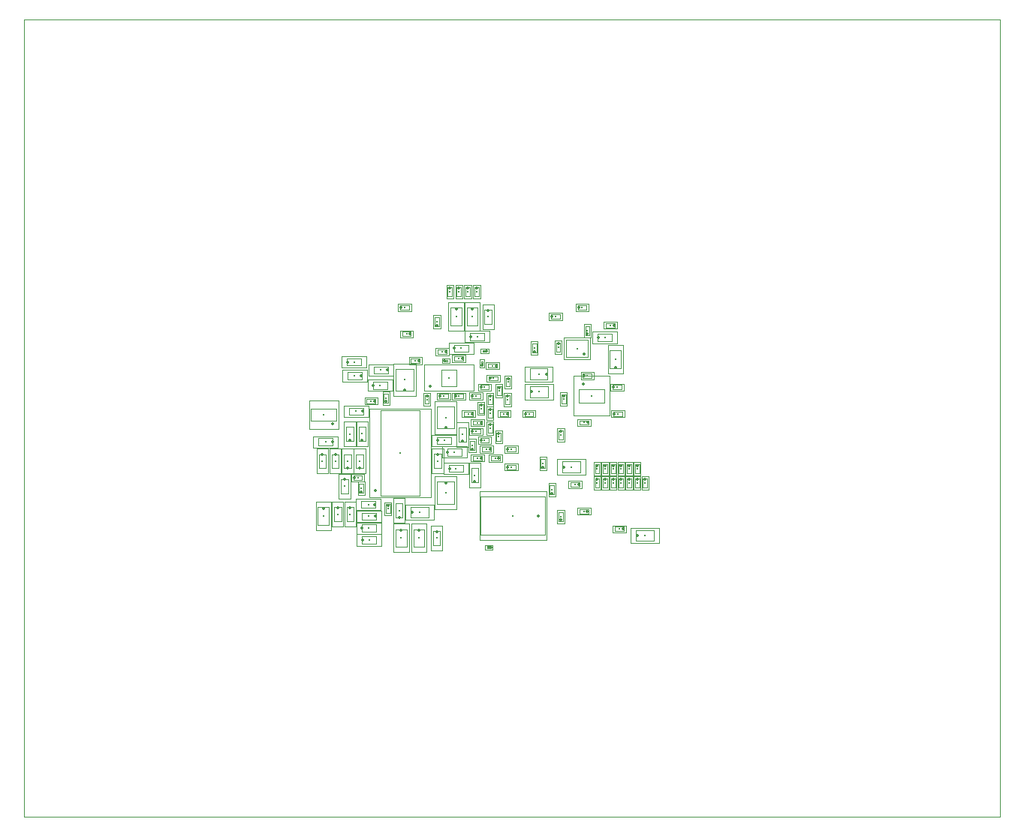
<source format=gbr>
G04 --- HEADER BEGIN --- *
G04 #@! TF.GenerationSoftware,LibrePCB,LibrePCB,1.1.0*
G04 #@! TF.CreationDate,2024-09-08T17:02:52*
G04 #@! TF.ProjectId,flasher,f4b07f79-14a2-4070-9d7d-1f686dcb10c4,v1*
G04 #@! TF.Part,Single*
G04 #@! TF.SameCoordinates*
G04 #@! TF.FileFunction,Component,L13,Bot*
%FSLAX66Y66*%
%MOMM*%
G01*
G75*
G04 --- HEADER END --- *
G04 --- APERTURE LIST BEGIN --- *
G04 #@! TA.AperFunction,Profile*
%ADD10C,0.001*%
G04 #@! TA.AperFunction,ComponentMain*
%ADD11C,0.3*%
G04 #@! TA.AperFunction,ComponentOutline,Body*
%ADD12C,0.1*%
G04 #@! TA.AperFunction,ComponentOutline,Courtyard*
%ADD13C,0.1*%
G04 #@! TA.AperFunction,ComponentPin*
%ADD14P,0.36X4X0.0*%
%ADD15C,0*%
G04 #@! TD*
G04 --- APERTURE LIST END --- *
G04 --- BOARD BEGIN --- *
D10*
X-55000000Y-45000000D02*
X55000000Y-45000000D01*
X55000000Y45000000D01*
X-55000000Y45000000D01*
X-55000000Y-45000000D01*
D11*
G04 #@! TO.C,C66*
G04 #@! TO.CVal,100μF*
G04 #@! TO.CMnt,SMD*
G04 #@! TO.CFtp,CAPC2012 (0805)*
G04 #@! TO.CRot,180.0*
X14972000Y-13214000D03*
D12*
X13972000Y-13839000D02*
X15972000Y-13839000D01*
X15972000Y-12589000D01*
X13972000Y-12589000D01*
X13972000Y-13839000D01*
D13*
X13372000Y-14089000D02*
X16572000Y-14089000D01*
X16572000Y-12339000D01*
X13372000Y-12339000D01*
X13372000Y-14089000D01*
D14*
G04 #@! TO.P,C66,1,1*
X14097000Y-13214000D03*
D15*
G04 #@! TO.P,C66,2,2*
X15847000Y-13214000D03*
D11*
G04 #@! TD.P*
G04 #@! TO.C,C43*
G04 #@! TO.CVal,4.7μF*
G04 #@! TO.CFtp,CAPC1005 (0402)*
G04 #@! TO.CRot,0.0*
X-1899000Y-4476000D03*
D12*
X-1399000Y-4226000D02*
X-2399000Y-4226000D01*
X-2399000Y-4726000D01*
X-1399000Y-4726000D01*
X-1399000Y-4226000D01*
D13*
X-1149000Y-4076000D02*
X-2649000Y-4076000D01*
X-2649000Y-4876000D01*
X-1149000Y-4876000D01*
X-1149000Y-4076000D01*
D14*
G04 #@! TO.P,C43,1,1*
X-1499000Y-4476000D03*
D15*
G04 #@! TO.P,C43,2,2*
X-2299000Y-4476000D03*
D11*
G04 #@! TD.P*
G04 #@! TO.C,C44*
X-3900000Y-4475000D03*
D12*
X-3400000Y-4225000D02*
X-4400000Y-4225000D01*
X-4400000Y-4725000D01*
X-3400000Y-4725000D01*
X-3400000Y-4225000D01*
D13*
X-3150000Y-4075000D02*
X-4650000Y-4075000D01*
X-4650000Y-4875000D01*
X-3150000Y-4875000D01*
X-3150000Y-4075000D01*
D14*
G04 #@! TO.P,C44,1,1*
X-3500000Y-4475000D03*
D15*
G04 #@! TO.P,C44,2,2*
X-4300000Y-4475000D03*
D11*
G04 #@! TD.P*
G04 #@! TO.C,XTAL2*
G04 #@! TO.CVal,LTC1799*
G04 #@! TO.CFtp,TSOT-23*
G04 #@! TO.CRot,-180.0*
X8967000Y2552000D03*
D12*
X7517000Y1802000D02*
X10417000Y1802000D01*
X10417000Y3302000D01*
X7517000Y3302000D01*
X7517000Y1802000D01*
D13*
X6967000Y302000D02*
X10967000Y302000D01*
X10967000Y4802000D01*
X6967000Y4802000D01*
X6967000Y302000D01*
D15*
G04 #@! TO.P,XTAL2,3,SET*
X9917000Y3862000D03*
G04 #@! TO.P,XTAL2,5,OUT*
X8017000Y1242000D03*
G04 #@! TO.P,XTAL2,4,DIV*
X9917000Y1242000D03*
G04 #@! TO.P,XTAL2,2,GND*
X8967000Y3862000D03*
D14*
G04 #@! TO.P,XTAL2,1,V+*
X8017000Y3862000D03*
D11*
G04 #@! TD.P*
G04 #@! TO.C,C71*
G04 #@! TO.CVal,470nF*
G04 #@! TO.CFtp,CAPC1005 (0402)*
X-100000Y-5480000D03*
D12*
X-600000Y-5730000D02*
X400000Y-5730000D01*
X400000Y-5230000D01*
X-600000Y-5230000D01*
X-600000Y-5730000D01*
D13*
X-850000Y-5880000D02*
X650000Y-5880000D01*
X650000Y-5080000D01*
X-850000Y-5080000D01*
X-850000Y-5880000D01*
D14*
G04 #@! TO.P,C71,1,1*
X-500000Y-5480000D03*
D15*
G04 #@! TO.P,C71,2,2*
X300000Y-5480000D03*
D11*
G04 #@! TD.P*
G04 #@! TO.C,VREG1*
G04 #@! TO.CVal,LTC3633*
G04 #@! TO.CFtp,TSSOP-28*
G04 #@! TO.CRot,180.0*
X-12630028Y-3900000D03*
D12*
X-10430028Y950000D02*
X-14830028Y950000D01*
X-14830028Y-8750000D01*
X-10430028Y-8750000D01*
X-10430028Y950000D01*
D13*
X-9130028Y1100000D02*
X-16130028Y1100000D01*
X-16130028Y-8900000D01*
X-9130028Y-8900000D01*
X-9130028Y1100000D01*
D15*
G04 #@! TO.P,VREG1,20,BOOST2*
X-9855028Y-2925000D03*
G04 #@! TO.P,VREG1,14,ITH2*
X-15405028Y325000D03*
G04 #@! TO.P,VREG1,2,TRACKSS1*
X-15405028Y-7475000D03*
G04 #@! TO.P,VREG1,11,PGOOD2*
X-15405028Y-1625000D03*
G04 #@! TO.P,VREG1,22,INTVCC*
X-9855028Y-4225000D03*
D14*
G04 #@! TO.P,VREG1,1,ITH1*
X-15405028Y-8125000D03*
D15*
G04 #@! TO.P,VREG1,26,SW1*
X-9855028Y-6825000D03*
G04 #@! TO.P,VREG1,9,RUN2*
X-15405028Y-2925000D03*
G04 #@! TO.P,VREG1,21,V2P5*
X-9855028Y-3575000D03*
G04 #@! TO.P,VREG1,17,SW_2*
X-9855028Y-975000D03*
G04 #@! TO.P,VREG1,5,PHMODE*
X-15405028Y-5525000D03*
G04 #@! TO.P,VREG1,16,SW2*
X-9855028Y-325000D03*
G04 #@! TO.P,VREG1,3,VFB1*
X-15405028Y-6825000D03*
G04 #@! TO.P,VREG1,19,VIN_2*
X-9855028Y-2275000D03*
G04 #@! TO.P,VREG1,28,VON1*
X-9855028Y-8125000D03*
G04 #@! TO.P,VREG1,15,VON2*
X-9855028Y325000D03*
G04 #@! TO.P,VREG1,23,BOOST1*
X-9855028Y-4875000D03*
G04 #@! TO.P,VREG1,13,TRACKSS2*
X-15405028Y-325000D03*
G04 #@! TO.P,VREG1,12,VFB2*
X-15405028Y-975000D03*
G04 #@! TO.P,VREG1,29,PGND*
X-12630028Y-3900000D03*
G04 #@! TO.P,VREG1,27,SW_1*
X-9855028Y-7475000D03*
G04 #@! TO.P,VREG1,25,VIN_1*
X-9855028Y-6175000D03*
G04 #@! TO.P,VREG1,6,RUN1*
X-15405028Y-4875000D03*
G04 #@! TO.P,VREG1,4,PGOOD1*
X-15405028Y-6175000D03*
G04 #@! TO.P,VREG1,24,VIN1*
X-9855028Y-5525000D03*
G04 #@! TO.P,VREG1,7,MODE/SYNC*
X-15405028Y-4225000D03*
G04 #@! TO.P,VREG1,10,SGND*
X-15405028Y-2275000D03*
G04 #@! TO.P,VREG1,8,RT*
X-15405028Y-3575000D03*
G04 #@! TO.P,VREG1,18,VIN2*
X-9855028Y-1625000D03*
D11*
G04 #@! TD.P*
G04 #@! TO.C,C59*
G04 #@! TO.CVal,470nF*
G04 #@! TO.CFtp,CAPC1005 (0402)*
G04 #@! TO.CRot,0.0*
X-11899000Y9522000D03*
D12*
X-11399000Y9772000D02*
X-12399000Y9772000D01*
X-12399000Y9272000D01*
X-11399000Y9272000D01*
X-11399000Y9772000D01*
D13*
X-11149000Y9922000D02*
X-12649000Y9922000D01*
X-12649000Y9122000D01*
X-11149000Y9122000D01*
X-11149000Y9922000D01*
D14*
G04 #@! TO.P,C59,1,1*
X-11499000Y9522000D03*
D15*
G04 #@! TO.P,C59,2,2*
X-12299000Y9522000D03*
D11*
G04 #@! TD.P*
G04 #@! TO.C,C6*
G04 #@! TO.CRot,270.0*
X3499000Y-5075000D03*
D12*
X3749000Y-5575000D02*
X3749000Y-4575000D01*
X3249000Y-4575000D01*
X3249000Y-5575000D01*
X3749000Y-5575000D01*
D13*
X3899000Y-5825000D02*
X3899000Y-4325000D01*
X3099000Y-4325000D01*
X3099000Y-5825000D01*
X3899000Y-5825000D01*
D14*
G04 #@! TO.P,C6,1,1*
X3499000Y-5475000D03*
D15*
G04 #@! TO.P,C6,2,2*
X3499000Y-4675000D03*
D11*
G04 #@! TD.P*
G04 #@! TO.C,C24*
G04 #@! TO.CVal,100μF*
G04 #@! TO.CFtp,CAPC2012 (0805)*
G04 #@! TO.CRot,90.0*
X-6300000Y11500000D03*
D12*
X-6925000Y12500000D02*
X-6925000Y10500000D01*
X-5675000Y10500000D01*
X-5675000Y12500000D01*
X-6925000Y12500000D01*
D13*
X-7175000Y13100000D02*
X-7175000Y9900000D01*
X-5425000Y9900000D01*
X-5425000Y13100000D01*
X-7175000Y13100000D01*
D14*
G04 #@! TO.P,C24,1,1*
X-6300000Y12375000D03*
D15*
G04 #@! TO.P,C24,2,2*
X-6300000Y10625000D03*
D11*
G04 #@! TD.P*
G04 #@! TO.C,L4*
G04 #@! TO.CVal,3.3μH*
G04 #@! TO.CFtp,INDC2520 (1008)*
G04 #@! TO.CRot,270.0*
X-12098000Y4361000D03*
D12*
X-11098000Y3111000D02*
X-11098000Y5611000D01*
X-13098000Y5611000D01*
X-13098000Y3111000D01*
X-11098000Y3111000D01*
D13*
X-10848000Y2511000D02*
X-10848000Y6211000D01*
X-13348000Y6211000D01*
X-13348000Y2511000D01*
X-10848000Y2511000D01*
D15*
G04 #@! TO.P,L4,2,2*
X-12098000Y5486000D03*
D14*
G04 #@! TO.P,L4,1,1*
X-12098000Y3236000D03*
D11*
G04 #@! TD.P*
G04 #@! TO.C,C78*
G04 #@! TO.CVal,470nF*
G04 #@! TO.CFtp,CAPC1005 (0402)*
G04 #@! TO.CRot,180.0*
X-4100000Y2525000D03*
D12*
X-4600000Y2275000D02*
X-3600000Y2275000D01*
X-3600000Y2775000D01*
X-4600000Y2775000D01*
X-4600000Y2275000D01*
D13*
X-4850000Y2125000D02*
X-3350000Y2125000D01*
X-3350000Y2925000D01*
X-4850000Y2925000D01*
X-4850000Y2125000D01*
D14*
G04 #@! TO.P,C78,1,1*
X-4500000Y2525000D03*
D15*
G04 #@! TO.P,C78,2,2*
X-3700000Y2525000D03*
D11*
G04 #@! TD.P*
G04 #@! TO.C,VREG2*
G04 #@! TO.CVal,LTC3621*
G04 #@! TO.CFtp,MSOP-8*
X-7103028Y4586000D03*
D12*
X-6263028Y5526000D02*
X-7943028Y5526000D01*
X-7943028Y3646000D01*
X-6263028Y3646000D01*
X-6263028Y5526000D01*
D13*
X-4303028Y6086000D02*
X-9903028Y6086000D01*
X-9903028Y3086000D01*
X-4303028Y3086000D01*
X-4303028Y6086000D01*
D14*
G04 #@! TO.P,VREG2,1,SW*
X-9213028Y3611000D03*
D15*
G04 #@! TO.P,VREG2,4,PGOOD*
X-9213028Y5561000D03*
G04 #@! TO.P,VREG2,7,MODE/SYNC*
X-4993028Y4261000D03*
G04 #@! TO.P,VREG2,5,FB*
X-4993028Y5561000D03*
G04 #@! TO.P,VREG2,3,RUN*
X-9213028Y4911000D03*
G04 #@! TO.P,VREG2,6,INTVCC*
X-4993028Y4911000D03*
G04 #@! TO.P,VREG2,8,SGND*
X-4993028Y3611000D03*
G04 #@! TO.P,VREG2,9,GND*
X-7103028Y4586000D03*
G04 #@! TO.P,VREG2,2,VIN*
X-9213028Y4261000D03*
D11*
G04 #@! TD.P*
G04 #@! TO.C,C88*
G04 #@! TO.CVal,470nF*
G04 #@! TO.CFtp,CAPC1005 (0402)*
G04 #@! TO.CRot,90.0*
X9600000Y-7300000D03*
D12*
X9350000Y-6800000D02*
X9350000Y-7800000D01*
X9850000Y-7800000D01*
X9850000Y-6800000D01*
X9350000Y-6800000D01*
D13*
X9200000Y-6550000D02*
X9200000Y-8050000D01*
X10000000Y-8050000D01*
X10000000Y-6550000D01*
X9200000Y-6550000D01*
D14*
G04 #@! TO.P,C88,1,1*
X9600000Y-6900000D03*
D15*
G04 #@! TO.P,C88,2,2*
X9600000Y-7700000D03*
D11*
G04 #@! TD.P*
G04 #@! TO.C,R10*
G04 #@! TO.CVal,9.31kΩ*
G04 #@! TO.CFtp,RESC1608 (0603)*
X-18900000Y-7650000D03*
D12*
X-19300000Y-6850000D02*
X-19300000Y-8450000D01*
X-18500000Y-8450000D01*
X-18500000Y-6850000D01*
X-19300000Y-6850000D01*
D13*
X-19550000Y-6250000D02*
X-19550000Y-9050000D01*
X-18250000Y-9050000D01*
X-18250000Y-6250000D01*
X-19550000Y-6250000D01*
D15*
G04 #@! TO.P,R10,2,2*
X-18900000Y-8425000D03*
D14*
G04 #@! TO.P,R10,1,1*
X-18900000Y-6875000D03*
D11*
G04 #@! TD.P*
G04 #@! TO.C,C56*
G04 #@! TO.CVal,470nF*
G04 #@! TO.CFtp,CAPC1005 (0402)*
G04 #@! TO.CRot,0.0*
X8101000Y-471000D03*
D12*
X8601000Y-221000D02*
X7601000Y-221000D01*
X7601000Y-721000D01*
X8601000Y-721000D01*
X8601000Y-221000D01*
D13*
X8851000Y-71000D02*
X7351000Y-71000D01*
X7351000Y-871000D01*
X8851000Y-871000D01*
X8851000Y-71000D01*
D14*
G04 #@! TO.P,C56,1,1*
X8501000Y-471000D03*
D15*
G04 #@! TO.P,C56,2,2*
X7701000Y-471000D03*
D11*
G04 #@! TD.P*
G04 #@! TO.C,OSC1*
G04 #@! TO.CVal,DSC6311JI2DA-027.0000T*
G04 #@! TO.CFtp,VFLGA-4*
X7325000Y7899000D03*
D12*
X8575000Y8899000D02*
X6075000Y8899000D01*
X6075000Y6899000D01*
X8575000Y6899000D01*
X8575000Y8899000D01*
D13*
X8825000Y9149000D02*
X5825000Y9149000D01*
X5825000Y6649000D01*
X8825000Y6649000D01*
X8825000Y9149000D01*
D15*
G04 #@! TO.P,OSC1,3,OUT*
X6500000Y8524000D03*
G04 #@! TO.P,OSC1,2,GND*
X6500000Y7274000D03*
G04 #@! TO.P,OSC1,4,VDD*
X8150000Y8524000D03*
D14*
G04 #@! TO.P,OSC1,1,STDBY*
X8150000Y7274000D03*
D11*
G04 #@! TD.P*
G04 #@! TO.C,C53*
G04 #@! TO.CVal,470nF*
G04 #@! TO.CFtp,CAPC1005 (0402)*
G04 #@! TO.CRot,180.0*
X11857000Y3528000D03*
D12*
X11357000Y3278000D02*
X12357000Y3278000D01*
X12357000Y3778000D01*
X11357000Y3778000D01*
X11357000Y3278000D01*
D13*
X11107000Y3128000D02*
X12607000Y3128000D01*
X12607000Y3928000D01*
X11107000Y3928000D01*
X11107000Y3128000D01*
D14*
G04 #@! TO.P,C53,1,1*
X11457000Y3528000D03*
D15*
G04 #@! TO.P,C53,2,2*
X12257000Y3528000D03*
D11*
G04 #@! TD.P*
G04 #@! TO.C,C40*
X-3101000Y-2475000D03*
D12*
X-3601000Y-2725000D02*
X-2601000Y-2725000D01*
X-2601000Y-2225000D01*
X-3601000Y-2225000D01*
X-3601000Y-2725000D01*
D13*
X-3851000Y-2875000D02*
X-2351000Y-2875000D01*
X-2351000Y-2075000D01*
X-3851000Y-2075000D01*
X-3851000Y-2875000D01*
D14*
G04 #@! TO.P,C40,1,1*
X-3501000Y-2475000D03*
D15*
G04 #@! TO.P,C40,2,2*
X-2701000Y-2475000D03*
D11*
G04 #@! TD.P*
G04 #@! TO.C,L2*
G04 #@! TO.CVal,1.5μH*
G04 #@! TO.CFtp,INDC2520 (1008)*
G04 #@! TO.CRot,90.0*
X-7500000Y-8400000D03*
D12*
X-8500000Y-7150000D02*
X-8500000Y-9650000D01*
X-6500000Y-9650000D01*
X-6500000Y-7150000D01*
X-8500000Y-7150000D01*
D13*
X-8750000Y-6550000D02*
X-8750000Y-10250000D01*
X-6250000Y-10250000D01*
X-6250000Y-6550000D01*
X-8750000Y-6550000D01*
D15*
G04 #@! TO.P,L2,2,2*
X-7500000Y-9525000D03*
D14*
G04 #@! TO.P,L2,1,1*
X-7500000Y-7275000D03*
D11*
G04 #@! TD.P*
G04 #@! TO.C,C99*
G04 #@! TO.CVal,4.7μF*
G04 #@! TO.CFtp,CAPC1005 (0402)*
X-7000000Y14300000D03*
D12*
X-7250000Y14800000D02*
X-7250000Y13800000D01*
X-6750000Y13800000D01*
X-6750000Y14800000D01*
X-7250000Y14800000D01*
D13*
X-7400000Y15050000D02*
X-7400000Y13550000D01*
X-6600000Y13550000D01*
X-6600000Y15050000D01*
X-7400000Y15050000D01*
D14*
G04 #@! TO.P,C99,1,1*
X-7000000Y14700000D03*
D15*
G04 #@! TO.P,C99,2,2*
X-7000000Y13900000D03*
D11*
G04 #@! TD.P*
G04 #@! TO.C,C18*
G04 #@! TO.CVal,100μF*
G04 #@! TO.CFtp,CAPC2012 (0805)*
X-12500000Y-13500000D03*
D12*
X-13125000Y-12500000D02*
X-13125000Y-14500000D01*
X-11875000Y-14500000D01*
X-11875000Y-12500000D01*
X-13125000Y-12500000D01*
D13*
X-13375000Y-11900000D02*
X-13375000Y-15100000D01*
X-11625000Y-15100000D01*
X-11625000Y-11900000D01*
X-13375000Y-11900000D01*
D14*
G04 #@! TO.P,C18,1,1*
X-12500000Y-12625000D03*
D15*
G04 #@! TO.P,C18,2,2*
X-12500000Y-14375000D03*
D11*
G04 #@! TD.P*
G04 #@! TO.C,C32*
G04 #@! TO.CVal,6.2pF*
G04 #@! TO.CFtp,CAPC1005 (0402)*
G04 #@! TO.CRot,180.0*
X-5993000Y2500000D03*
D12*
X-6493000Y2250000D02*
X-5493000Y2250000D01*
X-5493000Y2750000D01*
X-6493000Y2750000D01*
X-6493000Y2250000D01*
D13*
X-6743000Y2100000D02*
X-5243000Y2100000D01*
X-5243000Y2900000D01*
X-6743000Y2900000D01*
X-6743000Y2100000D01*
D14*
G04 #@! TO.P,C32,1,1*
X-6393000Y2500000D03*
D15*
G04 #@! TO.P,C32,2,2*
X-5593000Y2500000D03*
D11*
G04 #@! TD.P*
G04 #@! TO.C,C75*
G04 #@! TO.CVal,470nF*
G04 #@! TO.CRot,270.0*
X-4500000Y-3075000D03*
D12*
X-4250000Y-3575000D02*
X-4250000Y-2575000D01*
X-4750000Y-2575000D01*
X-4750000Y-3575000D01*
X-4250000Y-3575000D01*
D13*
X-4100000Y-3825000D02*
X-4100000Y-2325000D01*
X-4900000Y-2325000D01*
X-4900000Y-3825000D01*
X-4100000Y-3825000D01*
D14*
G04 #@! TO.P,C75,1,1*
X-4500000Y-3475000D03*
D15*
G04 #@! TO.P,C75,2,2*
X-4500000Y-2675000D03*
D11*
G04 #@! TD.P*
G04 #@! TO.C,C90*
G04 #@! TO.CRot,-270.0*
X11400000Y-7300000D03*
D12*
X11150000Y-6800000D02*
X11150000Y-7800000D01*
X11650000Y-7800000D01*
X11650000Y-6800000D01*
X11150000Y-6800000D01*
D13*
X11000000Y-6550000D02*
X11000000Y-8050000D01*
X11800000Y-8050000D01*
X11800000Y-6550000D01*
X11000000Y-6550000D01*
D14*
G04 #@! TO.P,C90,1,1*
X11400000Y-6900000D03*
D15*
G04 #@! TO.P,C90,2,2*
X11400000Y-7700000D03*
D11*
G04 #@! TD.P*
G04 #@! TO.C,R18*
G04 #@! TO.CVal,619kΩ*
G04 #@! TO.CFtp,RESC1608 (0603)*
G04 #@! TO.CRot,180.0*
X-3932000Y9240000D03*
D12*
X-4732000Y8840000D02*
X-3132000Y8840000D01*
X-3132000Y9640000D01*
X-4732000Y9640000D01*
X-4732000Y8840000D01*
D13*
X-5332000Y8590000D02*
X-2532000Y8590000D01*
X-2532000Y9890000D01*
X-5332000Y9890000D01*
X-5332000Y8590000D01*
D15*
G04 #@! TO.P,R18,2,2*
X-3157000Y9240000D03*
D14*
G04 #@! TO.P,R18,1,1*
X-4707000Y9240000D03*
D11*
G04 #@! TD.P*
G04 #@! TO.C,R14*
G04 #@! TO.CVal,13.3kΩ*
G04 #@! TO.CRot,0.0*
X-17780000Y4824000D03*
D12*
X-16980000Y5224000D02*
X-18580000Y5224000D01*
X-18580000Y4424000D01*
X-16980000Y4424000D01*
X-16980000Y5224000D01*
D13*
X-16380000Y5474000D02*
X-19180000Y5474000D01*
X-19180000Y4174000D01*
X-16380000Y4174000D01*
X-16380000Y5474000D01*
D15*
G04 #@! TO.P,R14,2,2*
X-18555000Y4824000D03*
D14*
G04 #@! TO.P,R14,1,1*
X-17005000Y4824000D03*
D11*
G04 #@! TD.P*
G04 #@! TO.C,C47*
G04 #@! TO.CVal,4.7μF*
G04 #@! TO.CFtp,CAPC1005 (0402)*
G04 #@! TO.CRot,90.0*
X-3500000Y1125000D03*
D12*
X-3750000Y1625000D02*
X-3750000Y625000D01*
X-3250000Y625000D01*
X-3250000Y1625000D01*
X-3750000Y1625000D01*
D13*
X-3900000Y1875000D02*
X-3900000Y375000D01*
X-3100000Y375000D01*
X-3100000Y1875000D01*
X-3900000Y1875000D01*
D14*
G04 #@! TO.P,C47,1,1*
X-3500000Y1525000D03*
D15*
G04 #@! TO.P,C47,2,2*
X-3500000Y725000D03*
D11*
G04 #@! TD.P*
G04 #@! TO.C,C91*
G04 #@! TO.CVal,470nF*
G04 #@! TO.CRot,-270.0*
X12300000Y-7300000D03*
D12*
X12050000Y-6800000D02*
X12050000Y-7800000D01*
X12550000Y-7800000D01*
X12550000Y-6800000D01*
X12050000Y-6800000D01*
D13*
X11900000Y-6550000D02*
X11900000Y-8050000D01*
X12700000Y-8050000D01*
X12700000Y-6550000D01*
X11900000Y-6550000D01*
D14*
G04 #@! TO.P,C91,1,1*
X12300000Y-6900000D03*
D15*
G04 #@! TO.P,C91,2,2*
X12300000Y-7700000D03*
D11*
G04 #@! TD.P*
G04 #@! TO.C,C92*
X13200000Y-7300000D03*
D12*
X12950000Y-6800000D02*
X12950000Y-7800000D01*
X13450000Y-7800000D01*
X13450000Y-6800000D01*
X12950000Y-6800000D01*
D13*
X12800000Y-6550000D02*
X12800000Y-8050000D01*
X13600000Y-8050000D01*
X13600000Y-6550000D01*
X12800000Y-6550000D01*
D14*
G04 #@! TO.P,C92,1,1*
X13200000Y-6900000D03*
D15*
G04 #@! TO.P,C92,2,2*
X13200000Y-7700000D03*
D11*
G04 #@! TD.P*
G04 #@! TO.C,C54*
G04 #@! TO.CRot,270.0*
X-8470000Y10907000D03*
D12*
X-8220000Y10407000D02*
X-8220000Y11407000D01*
X-8720000Y11407000D01*
X-8720000Y10407000D01*
X-8220000Y10407000D01*
D13*
X-8070000Y10157000D02*
X-8070000Y11657000D01*
X-8870000Y11657000D01*
X-8870000Y10157000D01*
X-8070000Y10157000D01*
D14*
G04 #@! TO.P,C54,1,1*
X-8470000Y10507000D03*
D15*
G04 #@! TO.P,C54,2,2*
X-8470000Y11307000D03*
D11*
G04 #@! TD.P*
G04 #@! TO.C,R4*
G04 #@! TO.CVal,576kΩ*
G04 #@! TO.CFtp,RESC1608 (0603)*
X-18560000Y-4830000D03*
D12*
X-18160000Y-5630000D02*
X-18160000Y-4030000D01*
X-18960000Y-4030000D01*
X-18960000Y-5630000D01*
X-18160000Y-5630000D01*
D13*
X-17910000Y-6230000D02*
X-17910000Y-3430000D01*
X-19210000Y-3430000D01*
X-19210000Y-6230000D01*
X-17910000Y-6230000D01*
D15*
G04 #@! TO.P,R4,2,2*
X-18560000Y-4055000D03*
D14*
G04 #@! TO.P,R4,1,1*
X-18560000Y-5605000D03*
D11*
G04 #@! TD.P*
G04 #@! TO.C,R15*
G04 #@! TO.CVal,10kΩ*
G04 #@! TO.CFtp,RESC0402 (01005)*
G04 #@! TO.CRot,-90.0*
X-3400000Y6200000D03*
D12*
X-3300000Y6000000D02*
X-3300000Y6400000D01*
X-3500000Y6400000D01*
X-3500000Y6000000D01*
X-3300000Y6000000D01*
D13*
X-3150000Y5750000D02*
X-3150000Y6650000D01*
X-3650000Y6650000D01*
X-3650000Y5750000D01*
X-3150000Y5750000D01*
D14*
G04 #@! TO.P,R15,1,1*
X-3400000Y6000000D03*
D15*
G04 #@! TO.P,R15,2,2*
X-3400000Y6400000D03*
D11*
G04 #@! TD.P*
G04 #@! TO.C,C14*
G04 #@! TO.CVal,10nF*
G04 #@! TO.CFtp,CAPC1005 (0402)*
G04 #@! TO.CRot,90.0*
X-14000000Y-10200000D03*
D12*
X-14250000Y-9700000D02*
X-14250000Y-10700000D01*
X-13750000Y-10700000D01*
X-13750000Y-9700000D01*
X-14250000Y-9700000D01*
D13*
X-14400000Y-9450000D02*
X-14400000Y-10950000D01*
X-13600000Y-10950000D01*
X-13600000Y-9450000D01*
X-14400000Y-9450000D01*
D14*
G04 #@! TO.P,C14,1,1*
X-14000000Y-9800000D03*
D15*
G04 #@! TO.P,C14,2,2*
X-14000000Y-10600000D03*
D11*
G04 #@! TD.P*
G04 #@! TO.C,C4*
G04 #@! TO.CVal,470nF*
X-1476000Y3100000D03*
D12*
X-1726000Y3600000D02*
X-1726000Y2600000D01*
X-1226000Y2600000D01*
X-1226000Y3600000D01*
X-1726000Y3600000D01*
D13*
X-1876000Y3850000D02*
X-1876000Y2350000D01*
X-1076000Y2350000D01*
X-1076000Y3850000D01*
X-1876000Y3850000D01*
D14*
G04 #@! TO.P,C4,1,1*
X-1476000Y3500000D03*
D15*
G04 #@! TO.P,C4,2,2*
X-1476000Y2700000D03*
D11*
G04 #@! TD.P*
G04 #@! TO.C,C72*
G04 #@! TO.CRot,180.0*
X-101000Y-3476000D03*
D12*
X-601000Y-3726000D02*
X399000Y-3726000D01*
X399000Y-3226000D01*
X-601000Y-3226000D01*
X-601000Y-3726000D01*
D13*
X-851000Y-3876000D02*
X649000Y-3876000D01*
X649000Y-3076000D01*
X-851000Y-3076000D01*
X-851000Y-3876000D01*
D14*
G04 #@! TO.P,C72,1,1*
X-501000Y-3476000D03*
D15*
G04 #@! TO.P,C72,2,2*
X299000Y-3476000D03*
D11*
G04 #@! TD.P*
G04 #@! TO.C,R7*
G04 #@! TO.CVal,0Ω*
G04 #@! TO.CFtp,RESC1608 (0603)*
G04 #@! TO.CRot,270.0*
X-12735000Y-10400000D03*
D12*
X-12335000Y-11200000D02*
X-12335000Y-9600000D01*
X-13135000Y-9600000D01*
X-13135000Y-11200000D01*
X-12335000Y-11200000D01*
D13*
X-12085000Y-11800000D02*
X-12085000Y-9000000D01*
X-13385000Y-9000000D01*
X-13385000Y-11800000D01*
X-12085000Y-11800000D01*
D15*
G04 #@! TO.P,R7,2,2*
X-12735000Y-9625000D03*
D14*
G04 #@! TO.P,R7,1,1*
X-12735000Y-11175000D03*
D11*
G04 #@! TD.P*
G04 #@! TO.C,C22*
G04 #@! TO.CVal,56pF*
G04 #@! TO.CFtp,CAPC1608 (0603)*
G04 #@! TO.CRot,180.0*
X-17795000Y6385000D03*
D12*
X-18595000Y5985000D02*
X-16995000Y5985000D01*
X-16995000Y6785000D01*
X-18595000Y6785000D01*
X-18595000Y5985000D01*
D13*
X-19195000Y5735000D02*
X-16395000Y5735000D01*
X-16395000Y7035000D01*
X-19195000Y7035000D01*
X-19195000Y5735000D01*
D15*
G04 #@! TO.P,C22,2,2*
X-17070000Y6385000D03*
D14*
G04 #@! TO.P,C22,1,1*
X-18520000Y6385000D03*
D11*
G04 #@! TD.P*
G04 #@! TO.C,C102*
G04 #@! TO.CVal,4.7μF*
G04 #@! TO.CFtp,CAPC1005 (0402)*
G04 #@! TO.CRot,90.0*
X-4000000Y14300000D03*
D12*
X-4250000Y14800000D02*
X-4250000Y13800000D01*
X-3750000Y13800000D01*
X-3750000Y14800000D01*
X-4250000Y14800000D01*
D13*
X-4400000Y15050000D02*
X-4400000Y13550000D01*
X-3600000Y13550000D01*
X-3600000Y15050000D01*
X-4400000Y15050000D01*
D14*
G04 #@! TO.P,C102,1,1*
X-4000000Y14700000D03*
D15*
G04 #@! TO.P,C102,2,2*
X-4000000Y13900000D03*
D11*
G04 #@! TD.P*
G04 #@! TO.C,C37*
G04 #@! TO.CVal,22nF*
G04 #@! TO.CRot,-90.0*
X-14200000Y2300000D03*
D12*
X-13950000Y1800000D02*
X-13950000Y2800000D01*
X-14450000Y2800000D01*
X-14450000Y1800000D01*
X-13950000Y1800000D01*
D13*
X-13800000Y1550000D02*
X-13800000Y3050000D01*
X-14600000Y3050000D01*
X-14600000Y1550000D01*
X-13800000Y1550000D01*
D14*
G04 #@! TO.P,C37,1,1*
X-14200000Y1900000D03*
D15*
G04 #@! TO.P,C37,2,2*
X-14200000Y2700000D03*
D11*
G04 #@! TD.P*
G04 #@! TO.C,C94*
G04 #@! TO.CVal,4.7μF*
G04 #@! TO.CRot,0.0*
X12100000Y-12475000D03*
D12*
X12600000Y-12225000D02*
X11600000Y-12225000D01*
X11600000Y-12725000D01*
X12600000Y-12725000D01*
X12600000Y-12225000D01*
D13*
X12850000Y-12075000D02*
X11350000Y-12075000D01*
X11350000Y-12875000D01*
X12850000Y-12875000D01*
X12850000Y-12075000D01*
D14*
G04 #@! TO.P,C94,1,1*
X12500000Y-12475000D03*
D15*
G04 #@! TO.P,C94,2,2*
X11700000Y-12475000D03*
D11*
G04 #@! TD.P*
G04 #@! TO.C,R11*
G04 #@! TO.CVal,59kΩ*
G04 #@! TO.CFtp,RESC1608 (0603)*
X-16173000Y-11056000D03*
D12*
X-15373000Y-10656000D02*
X-16973000Y-10656000D01*
X-16973000Y-11456000D01*
X-15373000Y-11456000D01*
X-15373000Y-10656000D01*
D13*
X-14773000Y-10406000D02*
X-17573000Y-10406000D01*
X-17573000Y-11706000D01*
X-14773000Y-11706000D01*
X-14773000Y-10406000D01*
D15*
G04 #@! TO.P,R11,2,2*
X-16948000Y-11056000D03*
D14*
G04 #@! TO.P,R11,1,1*
X-15398000Y-11056000D03*
D11*
G04 #@! TD.P*
G04 #@! TO.C,R28*
G04 #@! TO.CVal,4.7kΩ*
G04 #@! TO.CFtp,RESC0402 (01005)*
X-2618000Y-14538000D03*
D12*
X-2418000Y-14438000D02*
X-2818000Y-14438000D01*
X-2818000Y-14638000D01*
X-2418000Y-14638000D01*
X-2418000Y-14438000D01*
D13*
X-2168000Y-14288000D02*
X-3068000Y-14288000D01*
X-3068000Y-14788000D01*
X-2168000Y-14788000D01*
X-2168000Y-14288000D01*
D14*
G04 #@! TO.P,R28,1,1*
X-2418000Y-14538000D03*
D15*
G04 #@! TO.P,R28,2,2*
X-2818000Y-14538000D03*
D11*
G04 #@! TD.P*
G04 #@! TO.C,C87*
G04 #@! TO.CVal,4.7μF*
G04 #@! TO.CFtp,CAPC1005 (0402)*
G04 #@! TO.CRot,-270.0*
X14100000Y-5700000D03*
D12*
X13850000Y-5200000D02*
X13850000Y-6200000D01*
X14350000Y-6200000D01*
X14350000Y-5200000D01*
X13850000Y-5200000D01*
D13*
X13700000Y-4950000D02*
X13700000Y-6450000D01*
X14500000Y-6450000D01*
X14500000Y-4950000D01*
X13700000Y-4950000D01*
D14*
G04 #@! TO.P,C87,1,1*
X14100000Y-5300000D03*
D15*
G04 #@! TO.P,C87,2,2*
X14100000Y-6100000D03*
D11*
G04 #@! TD.P*
G04 #@! TO.C,C36*
G04 #@! TO.CVal,100nF*
G04 #@! TO.CFtp,CAPC1608 (0603)*
G04 #@! TO.CRot,90.0*
X-19670000Y-10802972D03*
D12*
X-20070000Y-10002972D02*
X-20070000Y-11602972D01*
X-19270000Y-11602972D01*
X-19270000Y-10002972D01*
X-20070000Y-10002972D01*
D13*
X-20320000Y-9402972D02*
X-20320000Y-12202972D01*
X-19020000Y-12202972D01*
X-19020000Y-9402972D01*
X-20320000Y-9402972D01*
D15*
G04 #@! TO.P,C36,2,2*
X-19670000Y-11527972D03*
D14*
G04 #@! TO.P,C36,1,1*
X-19670000Y-10077972D03*
D11*
G04 #@! TD.P*
G04 #@! TO.C,C34*
G04 #@! TO.CVal,47μF*
G04 #@! TO.CFtp,CAPC2012 (0805)*
X-21270000Y-11003000D03*
D12*
X-21895000Y-10003000D02*
X-21895000Y-12003000D01*
X-20645000Y-12003000D01*
X-20645000Y-10003000D01*
X-21895000Y-10003000D01*
D13*
X-22145000Y-9403000D02*
X-22145000Y-12603000D01*
X-20395000Y-12603000D01*
X-20395000Y-9403000D01*
X-22145000Y-9403000D01*
D14*
G04 #@! TO.P,C34,1,1*
X-21270000Y-10128000D03*
D15*
G04 #@! TO.P,C34,2,2*
X-21270000Y-11878000D03*
D11*
G04 #@! TD.P*
G04 #@! TO.C,C15*
G04 #@! TO.CVal,100nF*
G04 #@! TO.CFtp,CAPC1608 (0603)*
G04 #@! TO.CRot,270.0*
X-4200000Y-6400000D03*
D12*
X-3800000Y-7200000D02*
X-3800000Y-5600000D01*
X-4600000Y-5600000D01*
X-4600000Y-7200000D01*
X-3800000Y-7200000D01*
D13*
X-3550000Y-7800000D02*
X-3550000Y-5000000D01*
X-4850000Y-5000000D01*
X-4850000Y-7800000D01*
X-3550000Y-7800000D01*
D15*
G04 #@! TO.P,C15,2,2*
X-4200000Y-5675000D03*
D14*
G04 #@! TO.P,C15,1,1*
X-4200000Y-7125000D03*
D11*
G04 #@! TD.P*
G04 #@! TO.C,C65*
G04 #@! TO.CVal,470nF*
G04 #@! TO.CFtp,CAPC1005 (0402)*
G04 #@! TO.CRot,90.0*
X5200000Y8027000D03*
D12*
X4950000Y8527000D02*
X4950000Y7527000D01*
X5450000Y7527000D01*
X5450000Y8527000D01*
X4950000Y8527000D01*
D13*
X4800000Y8777000D02*
X4800000Y7277000D01*
X5600000Y7277000D01*
X5600000Y8777000D01*
X4800000Y8777000D01*
D14*
G04 #@! TO.P,C65,1,1*
X5200000Y8427000D03*
D15*
G04 #@! TO.P,C65,2,2*
X5200000Y7627000D03*
D11*
G04 #@! TD.P*
G04 #@! TO.C,C25*
G04 #@! TO.CVal,47μF*
G04 #@! TO.CFtp,CAPC2012 (0805)*
X-4500000Y11500000D03*
D12*
X-5125000Y12500000D02*
X-5125000Y10500000D01*
X-3875000Y10500000D01*
X-3875000Y12500000D01*
X-5125000Y12500000D01*
D13*
X-5375000Y13100000D02*
X-5375000Y9900000D01*
X-3625000Y9900000D01*
X-3625000Y13100000D01*
X-5375000Y13100000D01*
D14*
G04 #@! TO.P,C25,1,1*
X-4500000Y12375000D03*
D15*
G04 #@! TO.P,C25,2,2*
X-4500000Y10625000D03*
D11*
G04 #@! TD.P*
G04 #@! TO.C,C21*
G04 #@! TO.CVal,100nF*
G04 #@! TO.CFtp,CAPC1608 (0603)*
G04 #@! TO.CRot,270.0*
X-5600000Y-1800000D03*
D12*
X-5200000Y-2600000D02*
X-5200000Y-1000000D01*
X-6000000Y-1000000D01*
X-6000000Y-2600000D01*
X-5200000Y-2600000D01*
D13*
X-4950000Y-3200000D02*
X-4950000Y-400000D01*
X-6250000Y-400000D01*
X-6250000Y-3200000D01*
X-4950000Y-3200000D01*
D15*
G04 #@! TO.P,C21,2,2*
X-5600000Y-1075000D03*
D14*
G04 #@! TO.P,C21,1,1*
X-5600000Y-2525000D03*
D11*
G04 #@! TD.P*
G04 #@! TO.C,C84*
G04 #@! TO.CVal,4.7μF*
G04 #@! TO.CFtp,CAPC1005 (0402)*
G04 #@! TO.CRot,-270.0*
X11400000Y-5700000D03*
D12*
X11150000Y-5200000D02*
X11150000Y-6200000D01*
X11650000Y-6200000D01*
X11650000Y-5200000D01*
X11150000Y-5200000D01*
D13*
X11000000Y-4950000D02*
X11000000Y-6450000D01*
X11800000Y-6450000D01*
X11800000Y-4950000D01*
X11000000Y-4950000D01*
D14*
G04 #@! TO.P,C84,1,1*
X11400000Y-5300000D03*
D15*
G04 #@! TO.P,C84,2,2*
X11400000Y-6100000D03*
D11*
G04 #@! TD.P*
G04 #@! TO.C,R17*
G04 #@! TO.CVal,10kΩ*
G04 #@! TO.CFtp,RESC0402 (01005)*
G04 #@! TO.CRot,180.0*
X-7470000Y6490000D03*
D12*
X-7670000Y6390000D02*
X-7270000Y6390000D01*
X-7270000Y6590000D01*
X-7670000Y6590000D01*
X-7670000Y6390000D01*
D13*
X-7920000Y6240000D02*
X-7020000Y6240000D01*
X-7020000Y6740000D01*
X-7920000Y6740000D01*
X-7920000Y6240000D01*
D14*
G04 #@! TO.P,R17,1,1*
X-7670000Y6490000D03*
D15*
G04 #@! TO.P,R17,2,2*
X-7270000Y6490000D03*
D11*
G04 #@! TD.P*
G04 #@! TO.C,C23*
G04 #@! TO.CVal,160pF*
G04 #@! TO.CFtp,CAPC1005 (0402)*
G04 #@! TO.CRot,0.0*
X-15895000Y1975000D03*
D12*
X-15395000Y2225000D02*
X-16395000Y2225000D01*
X-16395000Y1725000D01*
X-15395000Y1725000D01*
X-15395000Y2225000D01*
D13*
X-15145000Y2375000D02*
X-16645000Y2375000D01*
X-16645000Y1575000D01*
X-15145000Y1575000D01*
X-15145000Y2375000D01*
D14*
G04 #@! TO.P,C23,1,1*
X-15495000Y1975000D03*
D15*
G04 #@! TO.P,C23,2,2*
X-16295000Y1975000D03*
D11*
G04 #@! TD.P*
G04 #@! TO.C,C100*
G04 #@! TO.CVal,4.7μF*
G04 #@! TO.CRot,90.0*
X-6000000Y14300000D03*
D12*
X-6250000Y14800000D02*
X-6250000Y13800000D01*
X-5750000Y13800000D01*
X-5750000Y14800000D01*
X-6250000Y14800000D01*
D13*
X-6400000Y15050000D02*
X-6400000Y13550000D01*
X-5600000Y13550000D01*
X-5600000Y15050000D01*
X-6400000Y15050000D01*
D14*
G04 #@! TO.P,C100,1,1*
X-6000000Y14700000D03*
D15*
G04 #@! TO.P,C100,2,2*
X-6000000Y13900000D03*
D11*
G04 #@! TD.P*
G04 #@! TO.C,C41*
G04 #@! TO.CVal,470nF*
G04 #@! TO.CRot,0.0*
X-3900000Y-475000D03*
D12*
X-3400000Y-225000D02*
X-4400000Y-225000D01*
X-4400000Y-725000D01*
X-3400000Y-725000D01*
X-3400000Y-225000D01*
D13*
X-3150000Y-75000D02*
X-4650000Y-75000D01*
X-4650000Y-875000D01*
X-3150000Y-875000D01*
X-3150000Y-75000D01*
D14*
G04 #@! TO.P,C41,1,1*
X-3500000Y-475000D03*
D15*
G04 #@! TO.P,C41,2,2*
X-4300000Y-475000D03*
D11*
G04 #@! TD.P*
G04 #@! TO.C,R3*
G04 #@! TO.CVal,4.7kΩ*
G04 #@! TO.CFtp,RESC1608 (0603)*
G04 #@! TO.CRot,90.0*
X-19934000Y-4830000D03*
D12*
X-20334000Y-4030000D02*
X-20334000Y-5630000D01*
X-19534000Y-5630000D01*
X-19534000Y-4030000D01*
X-20334000Y-4030000D01*
D13*
X-20584000Y-3430000D02*
X-20584000Y-6230000D01*
X-19284000Y-6230000D01*
X-19284000Y-3430000D01*
X-20584000Y-3430000D01*
D15*
G04 #@! TO.P,R3,2,2*
X-19934000Y-5605000D03*
D14*
G04 #@! TO.P,R3,1,1*
X-19934000Y-4055000D03*
D11*
G04 #@! TD.P*
G04 #@! TO.C,C82*
G04 #@! TO.CVal,4.7μF*
G04 #@! TO.CFtp,CAPC1005 (0402)*
G04 #@! TO.CRot,-270.0*
X13200000Y-5700000D03*
D12*
X12950000Y-5200000D02*
X12950000Y-6200000D01*
X13450000Y-6200000D01*
X13450000Y-5200000D01*
X12950000Y-5200000D01*
D13*
X12800000Y-4950000D02*
X12800000Y-6450000D01*
X13600000Y-6450000D01*
X13600000Y-4950000D01*
X12800000Y-4950000D01*
D14*
G04 #@! TO.P,C82,1,1*
X13200000Y-5300000D03*
D15*
G04 #@! TO.P,C82,2,2*
X13200000Y-6100000D03*
D11*
G04 #@! TD.P*
G04 #@! TO.C,R12*
G04 #@! TO.CVal,88.7kΩ*
G04 #@! TO.CFtp,RESC1608 (0603)*
G04 #@! TO.CRot,180.0*
X-16173000Y-12387000D03*
D12*
X-16973000Y-12787000D02*
X-15373000Y-12787000D01*
X-15373000Y-11987000D01*
X-16973000Y-11987000D01*
X-16973000Y-12787000D01*
D13*
X-17573000Y-13037000D02*
X-14773000Y-13037000D01*
X-14773000Y-11737000D01*
X-17573000Y-11737000D01*
X-17573000Y-13037000D01*
D15*
G04 #@! TO.P,R12,2,2*
X-15398000Y-12387000D03*
D14*
G04 #@! TO.P,R12,1,1*
X-16948000Y-12387000D03*
D11*
G04 #@! TD.P*
G04 #@! TO.C,C9*
G04 #@! TO.CVal,2.2μF*
G04 #@! TO.CFtp,CAPC1608 (0603)*
G04 #@! TO.CRot,90.0*
X-8400000Y-4800000D03*
D12*
X-8800000Y-4000000D02*
X-8800000Y-5600000D01*
X-8000000Y-5600000D01*
X-8000000Y-4000000D01*
X-8800000Y-4000000D01*
D13*
X-9050000Y-3400000D02*
X-9050000Y-6200000D01*
X-7750000Y-6200000D01*
X-7750000Y-3400000D01*
X-9050000Y-3400000D01*
D15*
G04 #@! TO.P,C9,2,2*
X-8400000Y-5525000D03*
D14*
G04 #@! TO.P,C9,1,1*
X-8400000Y-4075000D03*
D11*
G04 #@! TD.P*
G04 #@! TO.C,C98*
G04 #@! TO.CVal,470nF*
G04 #@! TO.CFtp,CAPC1005 (0402)*
X-2500000Y-1100000D03*
D12*
X-2750000Y-600000D02*
X-2750000Y-1600000D01*
X-2250000Y-1600000D01*
X-2250000Y-600000D01*
X-2750000Y-600000D01*
D13*
X-2900000Y-350000D02*
X-2900000Y-1850000D01*
X-2100000Y-1850000D01*
X-2100000Y-350000D01*
X-2900000Y-350000D01*
D14*
G04 #@! TO.P,C98,1,1*
X-2500000Y-700000D03*
D15*
G04 #@! TO.P,C98,2,2*
X-2500000Y-1500000D03*
D11*
G04 #@! TD.P*
G04 #@! TO.C,C60*
G04 #@! TO.CVal,4.7μF*
G04 #@! TO.CRot,0.0*
X8100000Y-10472000D03*
D12*
X8600000Y-10222000D02*
X7600000Y-10222000D01*
X7600000Y-10722000D01*
X8600000Y-10722000D01*
X8600000Y-10222000D01*
D13*
X8850000Y-10072000D02*
X7350000Y-10072000D01*
X7350000Y-10872000D01*
X8850000Y-10872000D01*
X8850000Y-10072000D01*
D14*
G04 #@! TO.P,C60,1,1*
X8500000Y-10472000D03*
D15*
G04 #@! TO.P,C60,2,2*
X7700000Y-10472000D03*
D11*
G04 #@! TD.P*
G04 #@! TO.C,C30*
G04 #@! TO.CVal,2.2μF*
G04 #@! TO.CFtp,CAPC1608 (0603)*
X-14813000Y5461000D03*
D12*
X-14013000Y5861000D02*
X-15613000Y5861000D01*
X-15613000Y5061000D01*
X-14013000Y5061000D01*
X-14013000Y5861000D01*
D13*
X-13413000Y6111000D02*
X-16213000Y6111000D01*
X-16213000Y4811000D01*
X-13413000Y4811000D01*
X-13413000Y6111000D01*
D15*
G04 #@! TO.P,C30,2,2*
X-15538000Y5461000D03*
D14*
G04 #@! TO.P,C30,1,1*
X-14088000Y5461000D03*
D11*
G04 #@! TD.P*
G04 #@! TO.C,C31*
G04 #@! TO.CVal,1μF*
G04 #@! TO.CFtp,CAPC1005 (0402)*
X-2217000Y5959000D03*
D12*
X-1717000Y6209000D02*
X-2717000Y6209000D01*
X-2717000Y5709000D01*
X-1717000Y5709000D01*
X-1717000Y6209000D01*
D13*
X-1467000Y6359000D02*
X-2967000Y6359000D01*
X-2967000Y5559000D01*
X-1467000Y5559000D01*
X-1467000Y6359000D01*
D14*
G04 #@! TO.P,C31,1,1*
X-1817000Y5959000D03*
D15*
G04 #@! TO.P,C31,2,2*
X-2617000Y5959000D03*
D11*
G04 #@! TD.P*
G04 #@! TO.C,R5*
G04 #@! TO.CVal,100kΩ*
G04 #@! TO.CFtp,RESC1608 (0603)*
G04 #@! TO.CRot,180.0*
X-6500000Y-3800000D03*
D12*
X-7300000Y-4200000D02*
X-5700000Y-4200000D01*
X-5700000Y-3400000D01*
X-7300000Y-3400000D01*
X-7300000Y-4200000D01*
D13*
X-7900000Y-4450000D02*
X-5100000Y-4450000D01*
X-5100000Y-3150000D01*
X-7900000Y-3150000D01*
X-7900000Y-4450000D01*
D15*
G04 #@! TO.P,R5,2,2*
X-5725000Y-3800000D03*
D14*
G04 #@! TO.P,R5,1,1*
X-7275000Y-3800000D03*
D11*
G04 #@! TD.P*
G04 #@! TO.C,R8*
G04 #@! TO.CVal,0Ω*
G04 #@! TO.CRot,-90.0*
X-17200000Y-4830000D03*
D12*
X-16800000Y-5630000D02*
X-16800000Y-4030000D01*
X-17600000Y-4030000D01*
X-17600000Y-5630000D01*
X-16800000Y-5630000D01*
D13*
X-16550000Y-6230000D02*
X-16550000Y-3430000D01*
X-17850000Y-3430000D01*
X-17850000Y-6230000D01*
X-16550000Y-6230000D01*
D15*
G04 #@! TO.P,R8,2,2*
X-17200000Y-4055000D03*
D14*
G04 #@! TO.P,R8,1,1*
X-17200000Y-5605000D03*
D11*
G04 #@! TD.P*
G04 #@! TO.C,C1*
G04 #@! TO.CVal,470nF*
G04 #@! TO.CFtp,CAPC1005 (0402)*
G04 #@! TO.CRot,90.0*
X-2499000Y2124000D03*
D12*
X-2749000Y2624000D02*
X-2749000Y1624000D01*
X-2249000Y1624000D01*
X-2249000Y2624000D01*
X-2749000Y2624000D01*
D13*
X-2899000Y2874000D02*
X-2899000Y1374000D01*
X-2099000Y1374000D01*
X-2099000Y2874000D01*
X-2899000Y2874000D01*
D14*
G04 #@! TO.P,C1,1,1*
X-2499000Y2524000D03*
D15*
G04 #@! TO.P,C1,2,2*
X-2499000Y1724000D03*
D11*
G04 #@! TD.P*
G04 #@! TO.C,R19*
G04 #@! TO.CVal,309kΩ*
G04 #@! TO.CFtp,RESC1608 (0603)*
G04 #@! TO.CRot,180.0*
X-5728000Y7920000D03*
D12*
X-6528000Y7520000D02*
X-4928000Y7520000D01*
X-4928000Y8320000D01*
X-6528000Y8320000D01*
X-6528000Y7520000D01*
D13*
X-7128000Y7270000D02*
X-4328000Y7270000D01*
X-4328000Y8570000D01*
X-7128000Y8570000D01*
X-7128000Y7270000D01*
D15*
G04 #@! TO.P,R19,2,2*
X-4953000Y7920000D03*
D14*
G04 #@! TO.P,R19,1,1*
X-6503000Y7920000D03*
D11*
G04 #@! TD.P*
G04 #@! TO.C,C2*
G04 #@! TO.CVal,470nF*
G04 #@! TO.CFtp,CAPC1005 (0402)*
G04 #@! TO.CRot,90.0*
X-474000Y4100000D03*
D12*
X-724000Y4600000D02*
X-724000Y3600000D01*
X-224000Y3600000D01*
X-224000Y4600000D01*
X-724000Y4600000D01*
D13*
X-874000Y4850000D02*
X-874000Y3350000D01*
X-74000Y3350000D01*
X-74000Y4850000D01*
X-874000Y4850000D01*
D14*
G04 #@! TO.P,C2,1,1*
X-474000Y4500000D03*
D15*
G04 #@! TO.P,C2,2,2*
X-474000Y3700000D03*
D11*
G04 #@! TD.P*
G04 #@! TO.C,C20*
G04 #@! TO.CVal,100nF*
G04 #@! TO.CFtp,CAPC1608 (0603)*
X-8500000Y-13500000D03*
D12*
X-8900000Y-12700000D02*
X-8900000Y-14300000D01*
X-8100000Y-14300000D01*
X-8100000Y-12700000D01*
X-8900000Y-12700000D01*
D13*
X-9150000Y-12100000D02*
X-9150000Y-14900000D01*
X-7850000Y-14900000D01*
X-7850000Y-12100000D01*
X-9150000Y-12100000D01*
D15*
G04 #@! TO.P,C20,2,2*
X-8500000Y-14225000D03*
D14*
G04 #@! TO.P,C20,1,1*
X-8500000Y-12775000D03*
D11*
G04 #@! TD.P*
G04 #@! TO.C,C69*
G04 #@! TO.CVal,470nF*
G04 #@! TO.CFtp,CAPC1005 (0402)*
G04 #@! TO.CRot,0.0*
X-7893000Y7523000D03*
D12*
X-7393000Y7773000D02*
X-8393000Y7773000D01*
X-8393000Y7273000D01*
X-7393000Y7273000D01*
X-7393000Y7773000D01*
D13*
X-7143000Y7923000D02*
X-8643000Y7923000D01*
X-8643000Y7123000D01*
X-7143000Y7123000D01*
X-7143000Y7923000D01*
D14*
G04 #@! TO.P,C69,1,1*
X-7493000Y7523000D03*
D15*
G04 #@! TO.P,C69,2,2*
X-8293000Y7523000D03*
D11*
G04 #@! TD.P*
G04 #@! TO.C,C16*
G04 #@! TO.CVal,56pF*
G04 #@! TO.CFtp,CAPC1608 (0603)*
G04 #@! TO.CRot,180.0*
X-16102000Y-13714000D03*
D12*
X-16902000Y-14114000D02*
X-15302000Y-14114000D01*
X-15302000Y-13314000D01*
X-16902000Y-13314000D01*
X-16902000Y-14114000D01*
D13*
X-17502000Y-14364000D02*
X-14702000Y-14364000D01*
X-14702000Y-13064000D01*
X-17502000Y-13064000D01*
X-17502000Y-14364000D01*
D15*
G04 #@! TO.P,C16,2,2*
X-15377000Y-13714000D03*
D14*
G04 #@! TO.P,C16,1,1*
X-16827000Y-13714000D03*
D11*
G04 #@! TD.P*
G04 #@! TO.C,C63*
G04 #@! TO.CVal,470nF*
G04 #@! TO.CFtp,CAPC1005 (0402)*
X7900000Y12524000D03*
D12*
X7400000Y12274000D02*
X8400000Y12274000D01*
X8400000Y12774000D01*
X7400000Y12774000D01*
X7400000Y12274000D01*
D13*
X7150000Y12124000D02*
X8650000Y12124000D01*
X8650000Y12924000D01*
X7150000Y12924000D01*
X7150000Y12124000D01*
D14*
G04 #@! TO.P,C63,1,1*
X7500000Y12524000D03*
D15*
G04 #@! TO.P,C63,2,2*
X8300000Y12524000D03*
D11*
G04 #@! TD.P*
G04 #@! TO.C,C39*
G04 #@! TO.CVal,0.1μF*
G04 #@! TO.CFtp,CAPC1608 (0603)*
X10450000Y9124000D03*
D12*
X9650000Y8724000D02*
X11250000Y8724000D01*
X11250000Y9524000D01*
X9650000Y9524000D01*
X9650000Y8724000D01*
D13*
X9050000Y8474000D02*
X11850000Y8474000D01*
X11850000Y9774000D01*
X9050000Y9774000D01*
X9050000Y8474000D01*
D15*
G04 #@! TO.P,C39,2,2*
X11175000Y9124000D03*
D14*
G04 #@! TO.P,C39,1,1*
X9725000Y9124000D03*
D11*
G04 #@! TD.P*
G04 #@! TO.C,C49*
G04 #@! TO.CVal,47μF*
G04 #@! TO.CFtp,CAPC2012 (0805)*
X6700000Y-5476000D03*
D12*
X5700000Y-6101000D02*
X7700000Y-6101000D01*
X7700000Y-4851000D01*
X5700000Y-4851000D01*
X5700000Y-6101000D01*
D13*
X5100000Y-6351000D02*
X8300000Y-6351000D01*
X8300000Y-4601000D01*
X5100000Y-4601000D01*
X5100000Y-6351000D01*
D14*
G04 #@! TO.P,C49,1,1*
X5825000Y-5476000D03*
D15*
G04 #@! TO.P,C49,2,2*
X7575000Y-5476000D03*
D11*
G04 #@! TD.P*
G04 #@! TO.C,C62*
G04 #@! TO.CVal,470nF*
G04 #@! TO.CFtp,CAPC1005 (0402)*
G04 #@! TO.CRot,270.0*
X2500000Y7925000D03*
D12*
X2750000Y7425000D02*
X2750000Y8425000D01*
X2250000Y8425000D01*
X2250000Y7425000D01*
X2750000Y7425000D01*
D13*
X2900000Y7175000D02*
X2900000Y8675000D01*
X2100000Y8675000D01*
X2100000Y7175000D01*
X2900000Y7175000D01*
D14*
G04 #@! TO.P,C62,1,1*
X2500000Y7525000D03*
D15*
G04 #@! TO.P,C62,2,2*
X2500000Y8325000D03*
D11*
G04 #@! TD.P*
G04 #@! TO.C,C46*
G04 #@! TO.CVal,4.7μF*
G04 #@! TO.CRot,90.0*
X-500000Y2124000D03*
D12*
X-750000Y2624000D02*
X-750000Y1624000D01*
X-250000Y1624000D01*
X-250000Y2624000D01*
X-750000Y2624000D01*
D13*
X-900000Y2874000D02*
X-900000Y1374000D01*
X-100000Y1374000D01*
X-100000Y2874000D01*
X-900000Y2874000D01*
D14*
G04 #@! TO.P,C46,1,1*
X-500000Y2524000D03*
D15*
G04 #@! TO.P,C46,2,2*
X-500000Y1724000D03*
D11*
G04 #@! TD.P*
G04 #@! TO.C,C28*
G04 #@! TO.CVal,2.2μF*
G04 #@! TO.CFtp,CAPC1608 (0603)*
G04 #@! TO.CRot,-180.0*
X-6338000Y-5641000D03*
D12*
X-7138000Y-6041000D02*
X-5538000Y-6041000D01*
X-5538000Y-5241000D01*
X-7138000Y-5241000D01*
X-7138000Y-6041000D01*
D13*
X-7738000Y-6291000D02*
X-4938000Y-6291000D01*
X-4938000Y-4991000D01*
X-7738000Y-4991000D01*
X-7738000Y-6291000D01*
D15*
G04 #@! TO.P,C28,2,2*
X-5613000Y-5641000D03*
D14*
G04 #@! TO.P,C28,1,1*
X-7063000Y-5641000D03*
D11*
G04 #@! TD.P*
G04 #@! TO.C,C13*
G04 #@! TO.CVal,470pF*
G04 #@! TO.CFtp,CAPC1005 (0402)*
G04 #@! TO.CRot,180.0*
X-17400000Y-6700000D03*
D12*
X-17900000Y-6950000D02*
X-16900000Y-6950000D01*
X-16900000Y-6450000D01*
X-17900000Y-6450000D01*
X-17900000Y-6950000D01*
D13*
X-18150000Y-7100000D02*
X-16650000Y-7100000D01*
X-16650000Y-6300000D01*
X-18150000Y-6300000D01*
X-18150000Y-7100000D01*
D14*
G04 #@! TO.P,C13,1,1*
X-17800000Y-6700000D03*
D15*
G04 #@! TO.P,C13,2,2*
X-17000000Y-6700000D03*
D11*
G04 #@! TD.P*
G04 #@! TO.C,C79*
G04 #@! TO.CVal,470nF*
G04 #@! TO.CRot,90.0*
X-9618000Y2149000D03*
D12*
X-9868000Y2649000D02*
X-9868000Y1649000D01*
X-9368000Y1649000D01*
X-9368000Y2649000D01*
X-9868000Y2649000D01*
D13*
X-10018000Y2899000D02*
X-10018000Y1399000D01*
X-9218000Y1399000D01*
X-9218000Y2899000D01*
X-10018000Y2899000D01*
D14*
G04 #@! TO.P,C79,1,1*
X-9618000Y2549000D03*
D15*
G04 #@! TO.P,C79,2,2*
X-9618000Y1749000D03*
D11*
G04 #@! TD.P*
G04 #@! TO.C,C64*
G04 #@! TO.CRot,0.0*
X11100000Y10524000D03*
D12*
X11600000Y10774000D02*
X10600000Y10774000D01*
X10600000Y10274000D01*
X11600000Y10274000D01*
X11600000Y10774000D01*
D13*
X11850000Y10924000D02*
X10350000Y10924000D01*
X10350000Y10124000D01*
X11850000Y10124000D01*
X11850000Y10924000D01*
D14*
G04 #@! TO.P,C64,1,1*
X11500000Y10524000D03*
D15*
G04 #@! TO.P,C64,2,2*
X10700000Y10524000D03*
D11*
G04 #@! TD.P*
G04 #@! TO.C,R21*
G04 #@! TO.CVal,10kΩ*
G04 #@! TO.CFtp,RESC1608 (0603)*
X-21025000Y-2650000D03*
D12*
X-20225000Y-2250000D02*
X-21825000Y-2250000D01*
X-21825000Y-3050000D01*
X-20225000Y-3050000D01*
X-20225000Y-2250000D01*
D13*
X-19625000Y-2000000D02*
X-22425000Y-2000000D01*
X-22425000Y-3300000D01*
X-19625000Y-3300000D01*
X-19625000Y-2000000D01*
D15*
G04 #@! TO.P,R21,2,2*
X-21800000Y-2650000D03*
D14*
G04 #@! TO.P,R21,1,1*
X-20250000Y-2650000D03*
D11*
G04 #@! TD.P*
G04 #@! TO.C,R27*
G04 #@! TO.CVal,3\u002C389Ω*
G04 #@! TO.CFtp,RESC2012 (0805)*
G04 #@! TO.CRot,270.0*
X11665000Y6699000D03*
D12*
X12290000Y5699000D02*
X12290000Y7699000D01*
X11040000Y7699000D01*
X11040000Y5699000D01*
X12290000Y5699000D01*
D13*
X12540000Y5099000D02*
X12540000Y8299000D01*
X10790000Y8299000D01*
X10790000Y5099000D01*
X12540000Y5099000D01*
D15*
G04 #@! TO.P,R27,2,2*
X11665000Y7674000D03*
D14*
G04 #@! TO.P,R27,1,1*
X11665000Y5724000D03*
D11*
G04 #@! TD.P*
G04 #@! TO.C,C5*
G04 #@! TO.CVal,470nF*
G04 #@! TO.CFtp,CAPC1005 (0402)*
G04 #@! TO.CRot,180.0*
X-3101000Y3525000D03*
D12*
X-3601000Y3275000D02*
X-2601000Y3275000D01*
X-2601000Y3775000D01*
X-3601000Y3775000D01*
X-3601000Y3275000D01*
D13*
X-3851000Y3125000D02*
X-2351000Y3125000D01*
X-2351000Y3925000D01*
X-3851000Y3925000D01*
X-3851000Y3125000D01*
D14*
G04 #@! TO.P,C5,1,1*
X-3501000Y3525000D03*
D15*
G04 #@! TO.P,C5,2,2*
X-2701000Y3525000D03*
D11*
G04 #@! TD.P*
G04 #@! TO.C,C12*
G04 #@! TO.CVal,62pF*
G04 #@! TO.CRot,270.0*
X-17000000Y-7900000D03*
D12*
X-16750000Y-8400000D02*
X-16750000Y-7400000D01*
X-17250000Y-7400000D01*
X-17250000Y-8400000D01*
X-16750000Y-8400000D01*
D13*
X-16600000Y-8650000D02*
X-16600000Y-7150000D01*
X-17400000Y-7150000D01*
X-17400000Y-8650000D01*
X-16600000Y-8650000D01*
D14*
G04 #@! TO.P,C12,1,1*
X-17000000Y-8300000D03*
D15*
G04 #@! TO.P,C12,2,2*
X-17000000Y-7500000D03*
D11*
G04 #@! TD.P*
G04 #@! TO.C,C8*
G04 #@! TO.CVal,100μF*
G04 #@! TO.CFtp,CAPC2012 (0805)*
G04 #@! TO.CRot,0.0*
X3000000Y5000000D03*
D12*
X4000000Y5625000D02*
X2000000Y5625000D01*
X2000000Y4375000D01*
X4000000Y4375000D01*
X4000000Y5625000D01*
D13*
X4600000Y5875000D02*
X1400000Y5875000D01*
X1400000Y4125000D01*
X4600000Y4125000D01*
X4600000Y5875000D01*
D14*
G04 #@! TO.P,C8,1,1*
X3875000Y5000000D03*
D15*
G04 #@! TO.P,C8,2,2*
X2125000Y5000000D03*
D11*
G04 #@! TD.P*
G04 #@! TO.C,C86*
G04 #@! TO.CVal,4.7μF*
G04 #@! TO.CFtp,CAPC1005 (0402)*
G04 #@! TO.CRot,90.0*
X9600000Y-5700000D03*
D12*
X9350000Y-5200000D02*
X9350000Y-6200000D01*
X9850000Y-6200000D01*
X9850000Y-5200000D01*
X9350000Y-5200000D01*
D13*
X9200000Y-4950000D02*
X9200000Y-6450000D01*
X10000000Y-6450000D01*
X10000000Y-4950000D01*
X9200000Y-4950000D01*
D14*
G04 #@! TO.P,C86,1,1*
X9600000Y-5300000D03*
D15*
G04 #@! TO.P,C86,2,2*
X9600000Y-6100000D03*
D11*
G04 #@! TD.P*
G04 #@! TO.C,C81*
G04 #@! TO.CRot,-270.0*
X15000000Y-7300000D03*
D12*
X14750000Y-6800000D02*
X14750000Y-7800000D01*
X15250000Y-7800000D01*
X15250000Y-6800000D01*
X14750000Y-6800000D01*
D13*
X14600000Y-6550000D02*
X14600000Y-8050000D01*
X15400000Y-8050000D01*
X15400000Y-6550000D01*
X14600000Y-6550000D01*
D14*
G04 #@! TO.P,C81,1,1*
X15000000Y-6900000D03*
D15*
G04 #@! TO.P,C81,2,2*
X15000000Y-7700000D03*
D11*
G04 #@! TD.P*
G04 #@! TO.C,C68*
G04 #@! TO.CVal,470nF*
G04 #@! TO.CRot,180.0*
X-12100000Y12522000D03*
D12*
X-12600000Y12272000D02*
X-11600000Y12272000D01*
X-11600000Y12772000D01*
X-12600000Y12772000D01*
X-12600000Y12272000D01*
D13*
X-12850000Y12122000D02*
X-11350000Y12122000D01*
X-11350000Y12922000D01*
X-12850000Y12922000D01*
X-12850000Y12122000D01*
D14*
G04 #@! TO.P,C68,1,1*
X-12500000Y12522000D03*
D15*
G04 #@! TO.P,C68,2,2*
X-11700000Y12522000D03*
D11*
G04 #@! TD.P*
G04 #@! TO.C,C11*
G04 #@! TO.CVal,180pF*
G04 #@! TO.CFtp,CAPC1608 (0603)*
G04 #@! TO.CRot,270.0*
X-18300000Y-1750000D03*
D12*
X-17900000Y-2550000D02*
X-17900000Y-950000D01*
X-18700000Y-950000D01*
X-18700000Y-2550000D01*
X-17900000Y-2550000D01*
D13*
X-17650000Y-3150000D02*
X-17650000Y-350000D01*
X-18950000Y-350000D01*
X-18950000Y-3150000D01*
X-17650000Y-3150000D01*
D15*
G04 #@! TO.P,C11,2,2*
X-18300000Y-1025000D03*
D14*
G04 #@! TO.P,C11,1,1*
X-18300000Y-2475000D03*
D11*
G04 #@! TD.P*
G04 #@! TO.C,C50*
G04 #@! TO.CVal,4.7μF*
G04 #@! TO.CFtp,CAPC1005 (0402)*
G04 #@! TO.CRot,0.0*
X-10900000Y6524000D03*
D12*
X-10400000Y6774000D02*
X-11400000Y6774000D01*
X-11400000Y6274000D01*
X-10400000Y6274000D01*
X-10400000Y6774000D01*
D13*
X-10150000Y6924000D02*
X-11650000Y6924000D01*
X-11650000Y6124000D01*
X-10150000Y6124000D01*
X-10150000Y6924000D01*
D14*
G04 #@! TO.P,C50,1,1*
X-10500000Y6524000D03*
D15*
G04 #@! TO.P,C50,2,2*
X-11300000Y6524000D03*
D11*
G04 #@! TD.P*
G04 #@! TO.C,C70*
G04 #@! TO.CRot,180.0*
X-7700000Y2500000D03*
D12*
X-8200000Y2250000D02*
X-7200000Y2250000D01*
X-7200000Y2750000D01*
X-8200000Y2750000D01*
X-8200000Y2250000D01*
D13*
X-8450000Y2100000D02*
X-6950000Y2100000D01*
X-6950000Y2900000D01*
X-8450000Y2900000D01*
X-8450000Y2100000D01*
D14*
G04 #@! TO.P,C70,1,1*
X-8100000Y2500000D03*
D15*
G04 #@! TO.P,C70,2,2*
X-7300000Y2500000D03*
D11*
G04 #@! TD.P*
G04 #@! TO.C,C38*
G04 #@! TO.CVal,0.1μF*
X8492000Y4812000D03*
D12*
X7992000Y4562000D02*
X8992000Y4562000D01*
X8992000Y5062000D01*
X7992000Y5062000D01*
X7992000Y4562000D01*
D13*
X7742000Y4412000D02*
X9242000Y4412000D01*
X9242000Y5212000D01*
X7742000Y5212000D01*
X7742000Y4412000D01*
D14*
G04 #@! TO.P,C38,1,1*
X8092000Y4812000D03*
D15*
G04 #@! TO.P,C38,2,2*
X8892000Y4812000D03*
D11*
G04 #@! TD.P*
G04 #@! TO.C,R16*
G04 #@! TO.CVal,10kΩ*
G04 #@! TO.CFtp,RESC0402 (01005)*
G04 #@! TO.CRot,0.0*
X-3100000Y7600000D03*
D12*
X-2900000Y7700000D02*
X-3300000Y7700000D01*
X-3300000Y7500000D01*
X-2900000Y7500000D01*
X-2900000Y7700000D01*
D13*
X-2650000Y7850000D02*
X-3550000Y7850000D01*
X-3550000Y7350000D01*
X-2650000Y7350000D01*
X-2650000Y7850000D01*
D14*
G04 #@! TO.P,R16,1,1*
X-2900000Y7600000D03*
D15*
G04 #@! TO.P,R16,2,2*
X-3300000Y7600000D03*
D11*
G04 #@! TD.P*
G04 #@! TO.C,C93*
G04 #@! TO.CVal,470nF*
G04 #@! TO.CFtp,CAPC1005 (0402)*
G04 #@! TO.CRot,90.0*
X14100000Y-7300000D03*
D12*
X13850000Y-6800000D02*
X13850000Y-7800000D01*
X14350000Y-7800000D01*
X14350000Y-6800000D01*
X13850000Y-6800000D01*
D13*
X13700000Y-6550000D02*
X13700000Y-8050000D01*
X14500000Y-8050000D01*
X14500000Y-6550000D01*
X13700000Y-6550000D01*
D14*
G04 #@! TO.P,C93,1,1*
X14100000Y-6900000D03*
D15*
G04 #@! TO.P,C93,2,2*
X14100000Y-7700000D03*
D11*
G04 #@! TD.P*
G04 #@! TO.C,C77*
G04 #@! TO.CRot,0.0*
X-4900000Y524000D03*
D12*
X-4400000Y774000D02*
X-5400000Y774000D01*
X-5400000Y274000D01*
X-4400000Y274000D01*
X-4400000Y774000D01*
D13*
X-4150000Y924000D02*
X-5650000Y924000D01*
X-5650000Y124000D01*
X-4150000Y124000D01*
X-4150000Y924000D01*
D14*
G04 #@! TO.P,C77,1,1*
X-4500000Y524000D03*
D15*
G04 #@! TO.P,C77,2,2*
X-5300000Y524000D03*
D11*
G04 #@! TD.P*
G04 #@! TO.C,C95*
G04 #@! TO.CVal,100nF*
G04 #@! TO.CFtp,CAPC1608 (0603)*
G04 #@! TO.CRot,90.0*
X-21400000Y-4830000D03*
D12*
X-21800000Y-4030000D02*
X-21800000Y-5630000D01*
X-21000000Y-5630000D01*
X-21000000Y-4030000D01*
X-21800000Y-4030000D01*
D13*
X-22050000Y-3430000D02*
X-22050000Y-6230000D01*
X-20750000Y-6230000D01*
X-20750000Y-3430000D01*
X-22050000Y-3430000D01*
D15*
G04 #@! TO.P,C95,2,2*
X-21400000Y-5555000D03*
D14*
G04 #@! TO.P,C95,1,1*
X-21400000Y-4105000D03*
D11*
G04 #@! TD.P*
G04 #@! TO.C,C76*
G04 #@! TO.CVal,470nF*
G04 #@! TO.CFtp,CAPC1005 (0402)*
G04 #@! TO.CRot,180.0*
X-4100000Y-1475000D03*
D12*
X-4600000Y-1725000D02*
X-3600000Y-1725000D01*
X-3600000Y-1225000D01*
X-4600000Y-1225000D01*
X-4600000Y-1725000D01*
D13*
X-4850000Y-1875000D02*
X-3350000Y-1875000D01*
X-3350000Y-1075000D01*
X-4850000Y-1075000D01*
X-4850000Y-1875000D01*
D14*
G04 #@! TO.P,C76,1,1*
X-4500000Y-1475000D03*
D15*
G04 #@! TO.P,C76,2,2*
X-3700000Y-1475000D03*
D11*
G04 #@! TD.P*
G04 #@! TO.C,C27*
G04 #@! TO.CVal,2.2μF*
G04 #@! TO.CFtp,CAPC1608 (0603)*
X-7668000Y-2489000D03*
D12*
X-8468000Y-2889000D02*
X-6868000Y-2889000D01*
X-6868000Y-2089000D01*
X-8468000Y-2089000D01*
X-8468000Y-2889000D01*
D13*
X-9068000Y-3139000D02*
X-6268000Y-3139000D01*
X-6268000Y-1839000D01*
X-9068000Y-1839000D01*
X-9068000Y-3139000D01*
D15*
G04 #@! TO.P,C27,2,2*
X-6943000Y-2489000D03*
D14*
G04 #@! TO.P,C27,1,1*
X-8393000Y-2489000D03*
D11*
G04 #@! TD.P*
G04 #@! TO.C,C3*
G04 #@! TO.CVal,470nF*
G04 #@! TO.CFtp,CAPC1005 (0402)*
X-2101000Y4525000D03*
D12*
X-2601000Y4275000D02*
X-1601000Y4275000D01*
X-1601000Y4775000D01*
X-2601000Y4775000D01*
X-2601000Y4275000D01*
D13*
X-2851000Y4125000D02*
X-1351000Y4125000D01*
X-1351000Y4925000D01*
X-2851000Y4925000D01*
X-2851000Y4125000D01*
D14*
G04 #@! TO.P,C3,1,1*
X-2501000Y4525000D03*
D15*
G04 #@! TO.P,C3,2,2*
X-1701000Y4525000D03*
D11*
G04 #@! TD.P*
G04 #@! TO.C,C52*
G04 #@! TO.CRot,270.0*
X5501000Y-11076000D03*
D12*
X5751000Y-11576000D02*
X5751000Y-10576000D01*
X5251000Y-10576000D01*
X5251000Y-11576000D01*
X5751000Y-11576000D01*
D13*
X5901000Y-11826000D02*
X5901000Y-10326000D01*
X5101000Y-10326000D01*
X5101000Y-11826000D01*
X5901000Y-11826000D01*
D14*
G04 #@! TO.P,C52,1,1*
X5501000Y-11476000D03*
D15*
G04 #@! TO.P,C52,2,2*
X5501000Y-10676000D03*
D11*
G04 #@! TD.P*
G04 #@! TO.C,C58*
G04 #@! TO.CVal,4.7μF*
G04 #@! TO.CRot,90.0*
X5809000Y2164000D03*
D12*
X5559000Y2664000D02*
X5559000Y1664000D01*
X6059000Y1664000D01*
X6059000Y2664000D01*
X5559000Y2664000D01*
D13*
X5409000Y2914000D02*
X5409000Y1414000D01*
X6209000Y1414000D01*
X6209000Y2914000D01*
X5409000Y2914000D01*
D14*
G04 #@! TO.P,C58,1,1*
X5809000Y2564000D03*
D15*
G04 #@! TO.P,C58,2,2*
X5809000Y1764000D03*
D11*
G04 #@! TD.P*
G04 #@! TO.C,C19*
G04 #@! TO.CVal,47μF*
G04 #@! TO.CFtp,CAPC2012 (0805)*
X-10500000Y-13500000D03*
D12*
X-11125000Y-12500000D02*
X-11125000Y-14500000D01*
X-9875000Y-14500000D01*
X-9875000Y-12500000D01*
X-11125000Y-12500000D01*
D13*
X-11375000Y-11900000D02*
X-11375000Y-15100000D01*
X-9625000Y-15100000D01*
X-9625000Y-11900000D01*
X-11375000Y-11900000D01*
D14*
G04 #@! TO.P,C19,1,1*
X-10500000Y-12625000D03*
D15*
G04 #@! TO.P,C19,2,2*
X-10500000Y-14375000D03*
D11*
G04 #@! TD.P*
G04 #@! TO.C,C17*
G04 #@! TO.CVal,13pF*
G04 #@! TO.CFtp,CAPC1608 (0603)*
G04 #@! TO.CRot,0.0*
X-16202000Y-9723000D03*
D12*
X-15402000Y-9323000D02*
X-17002000Y-9323000D01*
X-17002000Y-10123000D01*
X-15402000Y-10123000D01*
X-15402000Y-9323000D01*
D13*
X-14802000Y-9073000D02*
X-17602000Y-9073000D01*
X-17602000Y-10373000D01*
X-14802000Y-10373000D01*
X-14802000Y-9073000D01*
D15*
G04 #@! TO.P,C17,2,2*
X-16927000Y-9723000D03*
D14*
G04 #@! TO.P,C17,1,1*
X-15477000Y-9723000D03*
D11*
G04 #@! TD.P*
G04 #@! TO.C,C51*
G04 #@! TO.CVal,4.7μF*
G04 #@! TO.CFtp,CAPC1005 (0402)*
G04 #@! TO.CRot,270.0*
X8500000Y9925000D03*
D12*
X8750000Y9425000D02*
X8750000Y10425000D01*
X8250000Y10425000D01*
X8250000Y9425000D01*
X8750000Y9425000D01*
D13*
X8900000Y9175000D02*
X8900000Y10675000D01*
X8100000Y10675000D01*
X8100000Y9175000D01*
X8900000Y9175000D01*
D14*
G04 #@! TO.P,C51,1,1*
X8500000Y9525000D03*
D15*
G04 #@! TO.P,C51,2,2*
X8500000Y10325000D03*
D11*
G04 #@! TD.P*
G04 #@! TO.C,C80*
G04 #@! TO.CVal,680μF*
G04 #@! TO.CFtp,AVX_TAJ-E*
G04 #@! TO.CRot,0.0*
X100000Y-11000000D03*
D12*
X3750000Y-8850000D02*
X-3550000Y-8850000D01*
X-3550000Y-13150000D01*
X3750000Y-13150000D01*
X3750000Y-8850000D01*
D13*
X3850000Y-8250000D02*
X-3650000Y-8250000D01*
X-3650000Y-13750000D01*
X3850000Y-13750000D01*
X3850000Y-8250000D01*
D15*
G04 #@! TO.P,C80,2,-*
X-2775000Y-11000000D03*
D14*
G04 #@! TO.P,C80,1,+*
X2975000Y-11000000D03*
D11*
G04 #@! TD.P*
G04 #@! TO.C,C7*
G04 #@! TO.CVal,470nF*
G04 #@! TO.CFtp,CAPC1005 (0402)*
G04 #@! TO.CRot,270.0*
X4499000Y-8072000D03*
D12*
X4749000Y-8572000D02*
X4749000Y-7572000D01*
X4249000Y-7572000D01*
X4249000Y-8572000D01*
X4749000Y-8572000D01*
D13*
X4899000Y-8822000D02*
X4899000Y-7322000D01*
X4099000Y-7322000D01*
X4099000Y-8822000D01*
X4899000Y-8822000D01*
D14*
G04 #@! TO.P,C7,1,1*
X4499000Y-8472000D03*
D15*
G04 #@! TO.P,C7,2,2*
X4499000Y-7672000D03*
D11*
G04 #@! TD.P*
G04 #@! TO.C,C55*
G04 #@! TO.CRot,90.0*
X5499000Y-1875000D03*
D12*
X5249000Y-1375000D02*
X5249000Y-2375000D01*
X5749000Y-2375000D01*
X5749000Y-1375000D01*
X5249000Y-1375000D01*
D13*
X5099000Y-1125000D02*
X5099000Y-2625000D01*
X5899000Y-2625000D01*
X5899000Y-1125000D01*
X5099000Y-1125000D01*
D14*
G04 #@! TO.P,C55,1,1*
X5499000Y-1475000D03*
D15*
G04 #@! TO.P,C55,2,2*
X5499000Y-2275000D03*
D11*
G04 #@! TD.P*
G04 #@! TO.C,C35*
G04 #@! TO.CVal,22μF*
G04 #@! TO.CFtp,CAPC1608 (0603)*
X-18270000Y-10803000D03*
D12*
X-18670000Y-10003000D02*
X-18670000Y-11603000D01*
X-17870000Y-11603000D01*
X-17870000Y-10003000D01*
X-18670000Y-10003000D01*
D13*
X-18920000Y-9403000D02*
X-18920000Y-12203000D01*
X-17620000Y-12203000D01*
X-17620000Y-9403000D01*
X-18920000Y-9403000D01*
D15*
G04 #@! TO.P,C35,2,2*
X-18270000Y-11528000D03*
D14*
G04 #@! TO.P,C35,1,1*
X-18270000Y-10078000D03*
D11*
G04 #@! TD.P*
G04 #@! TO.C,C45*
G04 #@! TO.CVal,4.7μF*
G04 #@! TO.CFtp,CAPC1005 (0402)*
G04 #@! TO.CRot,0.0*
X-2900000Y-3475000D03*
D12*
X-2400000Y-3225000D02*
X-3400000Y-3225000D01*
X-3400000Y-3725000D01*
X-2400000Y-3725000D01*
X-2400000Y-3225000D01*
D13*
X-2150000Y-3075000D02*
X-3650000Y-3075000D01*
X-3650000Y-3875000D01*
X-2150000Y-3875000D01*
X-2150000Y-3075000D01*
D14*
G04 #@! TO.P,C45,1,1*
X-2500000Y-3475000D03*
D15*
G04 #@! TO.P,C45,2,2*
X-3300000Y-3475000D03*
D11*
G04 #@! TD.P*
G04 #@! TO.C,C33*
G04 #@! TO.CVal,6.2pF*
X-5993000Y6771000D03*
D12*
X-5493000Y7021000D02*
X-6493000Y7021000D01*
X-6493000Y6521000D01*
X-5493000Y6521000D01*
X-5493000Y7021000D01*
D13*
X-5243000Y7171000D02*
X-6743000Y7171000D01*
X-6743000Y6371000D01*
X-5243000Y6371000D01*
X-5243000Y7171000D01*
D14*
G04 #@! TO.P,C33,1,1*
X-5593000Y6771000D03*
D15*
G04 #@! TO.P,C33,2,2*
X-6393000Y6771000D03*
D11*
G04 #@! TD.P*
G04 #@! TO.C,C57*
G04 #@! TO.CVal,470nF*
G04 #@! TO.CRot,180.0*
X11901000Y524000D03*
D12*
X11401000Y274000D02*
X12401000Y274000D01*
X12401000Y774000D01*
X11401000Y774000D01*
X11401000Y274000D01*
D13*
X11151000Y124000D02*
X12651000Y124000D01*
X12651000Y924000D01*
X11151000Y924000D01*
X11151000Y124000D01*
D14*
G04 #@! TO.P,C57,1,1*
X11501000Y524000D03*
D15*
G04 #@! TO.P,C57,2,2*
X12301000Y524000D03*
D11*
G04 #@! TD.P*
G04 #@! TO.C,L3*
G04 #@! TO.CVal,2.2μH*
G04 #@! TO.CFtp,INDC2520 (1008)*
G04 #@! TO.CRot,270.0*
X-7500000Y100000D03*
D12*
X-6500000Y-1150000D02*
X-6500000Y1350000D01*
X-8500000Y1350000D01*
X-8500000Y-1150000D01*
X-6500000Y-1150000D01*
D13*
X-6250000Y-1750000D02*
X-6250000Y1950000D01*
X-8750000Y1950000D01*
X-8750000Y-1750000D01*
X-6250000Y-1750000D01*
D15*
G04 #@! TO.P,L3,2,2*
X-7500000Y1225000D03*
D14*
G04 #@! TO.P,L3,1,1*
X-7500000Y-1025000D03*
D11*
G04 #@! TD.P*
G04 #@! TO.C,C61*
G04 #@! TO.CVal,4.7μF*
G04 #@! TO.CFtp,CAPC1005 (0402)*
G04 #@! TO.CRot,180.0*
X1900000Y525000D03*
D12*
X1400000Y275000D02*
X2400000Y275000D01*
X2400000Y775000D01*
X1400000Y775000D01*
X1400000Y275000D01*
D13*
X1150000Y125000D02*
X2650000Y125000D01*
X2650000Y925000D01*
X1150000Y925000D01*
X1150000Y125000D01*
D14*
G04 #@! TO.P,C61,1,1*
X1500000Y525000D03*
D15*
G04 #@! TO.P,C61,2,2*
X2300000Y525000D03*
D11*
G04 #@! TD.P*
G04 #@! TO.C,C103*
G04 #@! TO.CVal,47μF*
G04 #@! TO.CFtp,CAPC2012 (0805)*
X-10400000Y-10600000D03*
D12*
X-11400000Y-11225000D02*
X-9400000Y-11225000D01*
X-9400000Y-9975000D01*
X-11400000Y-9975000D01*
X-11400000Y-11225000D01*
D13*
X-12000000Y-11475000D02*
X-8800000Y-11475000D01*
X-8800000Y-9725000D01*
X-12000000Y-9725000D01*
X-12000000Y-11475000D01*
D14*
G04 #@! TO.P,C103,1,1*
X-11275000Y-10600000D03*
D15*
G04 #@! TO.P,C103,2,2*
X-9525000Y-10600000D03*
D11*
G04 #@! TD.P*
G04 #@! TO.C,R13*
G04 #@! TO.CVal,60.4kΩ*
G04 #@! TO.CFtp,RESC1608 (0603)*
X-14880000Y3735000D03*
D12*
X-15680000Y3335000D02*
X-14080000Y3335000D01*
X-14080000Y4135000D01*
X-15680000Y4135000D01*
X-15680000Y3335000D01*
D13*
X-16280000Y3085000D02*
X-13480000Y3085000D01*
X-13480000Y4385000D01*
X-16280000Y4385000D01*
X-16280000Y3085000D01*
D15*
G04 #@! TO.P,R13,2,2*
X-14105000Y3735000D03*
D14*
G04 #@! TO.P,R13,1,1*
X-15655000Y3735000D03*
D11*
G04 #@! TD.P*
G04 #@! TO.C,C85*
G04 #@! TO.CVal,4.7μF*
G04 #@! TO.CFtp,CAPC1005 (0402)*
G04 #@! TO.CRot,-270.0*
X10500000Y-5700000D03*
D12*
X10250000Y-5200000D02*
X10250000Y-6200000D01*
X10750000Y-6200000D01*
X10750000Y-5200000D01*
X10250000Y-5200000D01*
D13*
X10100000Y-4950000D02*
X10100000Y-6450000D01*
X10900000Y-6450000D01*
X10900000Y-4950000D01*
X10100000Y-4950000D01*
D14*
G04 #@! TO.P,C85,1,1*
X10500000Y-5300000D03*
D15*
G04 #@! TO.P,C85,2,2*
X10500000Y-6100000D03*
D11*
G04 #@! TD.P*
G04 #@! TO.C,C97*
G04 #@! TO.CVal,470nF*
G04 #@! TO.CRot,90.0*
X-2500000Y600000D03*
D12*
X-2750000Y1100000D02*
X-2750000Y100000D01*
X-2250000Y100000D01*
X-2250000Y1100000D01*
X-2750000Y1100000D01*
D13*
X-2900000Y1350000D02*
X-2900000Y-150000D01*
X-2100000Y-150000D01*
X-2100000Y1350000D01*
X-2900000Y1350000D01*
D14*
G04 #@! TO.P,C97,1,1*
X-2500000Y1000000D03*
D15*
G04 #@! TO.P,C97,2,2*
X-2500000Y200000D03*
D11*
G04 #@! TD.P*
G04 #@! TO.C,T3*
G04 #@! TO.CVal,FDV301N*
G04 #@! TO.CFtp,SOT-23*
G04 #@! TO.CRot,0.0*
X-21236000Y417028D03*
D12*
X-22686000Y1067028D02*
X-22686000Y-232972D01*
X-19786000Y-232972D01*
X-19786000Y1067028D01*
X-22686000Y1067028D01*
D13*
X-22886000Y2067028D02*
X-22886000Y-1232972D01*
X-19586000Y-1232972D01*
X-19586000Y2067028D01*
X-22886000Y2067028D01*
D15*
G04 #@! TO.P,T3,3,D*
X-21236000Y1392028D03*
G04 #@! TO.P,T3,2,S*
X-22186000Y-557972D03*
D14*
G04 #@! TO.P,T3,1,G*
X-20286000Y-557972D03*
D11*
G04 #@! TD.P*
G04 #@! TO.C,C48*
G04 #@! TO.CVal,470nF*
G04 #@! TO.CFtp,CAPC1005 (0402)*
X7097000Y-7472000D03*
D12*
X7597000Y-7222000D02*
X6597000Y-7222000D01*
X6597000Y-7722000D01*
X7597000Y-7722000D01*
X7597000Y-7222000D01*
D13*
X7847000Y-7072000D02*
X6347000Y-7072000D01*
X6347000Y-7872000D01*
X7847000Y-7872000D01*
X7847000Y-7072000D01*
D14*
G04 #@! TO.P,C48,1,1*
X7497000Y-7472000D03*
D15*
G04 #@! TO.P,C48,2,2*
X6697000Y-7472000D03*
D11*
G04 #@! TD.P*
G04 #@! TO.C,C83*
G04 #@! TO.CVal,4.7μF*
G04 #@! TO.CRot,-270.0*
X12300000Y-5700000D03*
D12*
X12050000Y-5200000D02*
X12050000Y-6200000D01*
X12550000Y-6200000D01*
X12550000Y-5200000D01*
X12050000Y-5200000D01*
D13*
X11900000Y-4950000D02*
X11900000Y-6450000D01*
X12700000Y-6450000D01*
X12700000Y-4950000D01*
X11900000Y-4950000D01*
D14*
G04 #@! TO.P,C83,1,1*
X12300000Y-5300000D03*
D15*
G04 #@! TO.P,C83,2,2*
X12300000Y-6100000D03*
D11*
G04 #@! TD.P*
G04 #@! TO.C,C89*
G04 #@! TO.CVal,470nF*
G04 #@! TO.CRot,90.0*
X10500000Y-7300000D03*
D12*
X10250000Y-6800000D02*
X10250000Y-7800000D01*
X10750000Y-7800000D01*
X10750000Y-6800000D01*
X10250000Y-6800000D01*
D13*
X10100000Y-6550000D02*
X10100000Y-8050000D01*
X10900000Y-8050000D01*
X10900000Y-6550000D01*
X10100000Y-6550000D01*
D14*
G04 #@! TO.P,C89,1,1*
X10500000Y-6900000D03*
D15*
G04 #@! TO.P,C89,2,2*
X10500000Y-7700000D03*
D11*
G04 #@! TD.P*
G04 #@! TO.C,C67*
G04 #@! TO.CVal,4.7μF*
G04 #@! TO.CRot,180.0*
X4889000Y11524000D03*
D12*
X4389000Y11274000D02*
X5389000Y11274000D01*
X5389000Y11774000D01*
X4389000Y11774000D01*
X4389000Y11274000D01*
D13*
X4139000Y11124000D02*
X5639000Y11124000D01*
X5639000Y11924000D01*
X4139000Y11924000D01*
X4139000Y11124000D01*
D14*
G04 #@! TO.P,C67,1,1*
X4489000Y11524000D03*
D15*
G04 #@! TO.P,C67,2,2*
X5289000Y11524000D03*
D11*
G04 #@! TD.P*
G04 #@! TO.C,C73*
G04 #@! TO.CVal,100μF*
G04 #@! TO.CFtp,CAPC2012 (0805)*
X3026000Y3013000D03*
D12*
X2026000Y2388000D02*
X4026000Y2388000D01*
X4026000Y3638000D01*
X2026000Y3638000D01*
X2026000Y2388000D01*
D13*
X1426000Y2138000D02*
X4626000Y2138000D01*
X4626000Y3888000D01*
X1426000Y3888000D01*
X1426000Y2138000D01*
D14*
G04 #@! TO.P,C73,1,1*
X2151000Y3013000D03*
D15*
G04 #@! TO.P,C73,2,2*
X3901000Y3013000D03*
D11*
G04 #@! TD.P*
G04 #@! TO.C,C26*
G04 #@! TO.CVal,100nF*
G04 #@! TO.CFtp,CAPC1608 (0603)*
G04 #@! TO.CRot,90.0*
X-2700000Y11500000D03*
D12*
X-3100000Y12300000D02*
X-3100000Y10700000D01*
X-2300000Y10700000D01*
X-2300000Y12300000D01*
X-3100000Y12300000D01*
D13*
X-3350000Y12900000D02*
X-3350000Y10100000D01*
X-2050000Y10100000D01*
X-2050000Y12900000D01*
X-3350000Y12900000D01*
D15*
G04 #@! TO.P,C26,2,2*
X-2700000Y10775000D03*
D14*
G04 #@! TO.P,C26,1,1*
X-2700000Y12225000D03*
D11*
G04 #@! TD.P*
G04 #@! TO.C,C101*
G04 #@! TO.CVal,4.7μF*
G04 #@! TO.CFtp,CAPC1005 (0402)*
X-5000000Y14300000D03*
D12*
X-5250000Y14800000D02*
X-5250000Y13800000D01*
X-4750000Y13800000D01*
X-4750000Y14800000D01*
X-5250000Y14800000D01*
D13*
X-5400000Y15050000D02*
X-5400000Y13550000D01*
X-4600000Y13550000D01*
X-4600000Y15050000D01*
X-5400000Y15050000D01*
D14*
G04 #@! TO.P,C101,1,1*
X-5000000Y14700000D03*
D15*
G04 #@! TO.P,C101,2,2*
X-5000000Y13900000D03*
D11*
G04 #@! TD.P*
G04 #@! TO.C,C10*
G04 #@! TO.CVal,18pF*
G04 #@! TO.CFtp,CAPC1608 (0603)*
G04 #@! TO.CRot,0.0*
X-17600000Y800000D03*
D12*
X-16800000Y1200000D02*
X-18400000Y1200000D01*
X-18400000Y400000D01*
X-16800000Y400000D01*
X-16800000Y1200000D01*
D13*
X-16200000Y1450000D02*
X-19000000Y1450000D01*
X-19000000Y150000D01*
X-16200000Y150000D01*
X-16200000Y1450000D01*
D15*
G04 #@! TO.P,C10,2,2*
X-18325000Y800000D03*
D14*
G04 #@! TO.P,C10,1,1*
X-16875000Y800000D03*
D11*
G04 #@! TD.P*
G04 #@! TO.C,R9*
G04 #@! TO.CVal,32.4kΩ*
G04 #@! TO.CFtp,RESC1608 (0603)*
G04 #@! TO.CRot,270.0*
X-16900000Y-1722000D03*
D12*
X-16500000Y-2522000D02*
X-16500000Y-922000D01*
X-17300000Y-922000D01*
X-17300000Y-2522000D01*
X-16500000Y-2522000D01*
D13*
X-16250000Y-3122000D02*
X-16250000Y-322000D01*
X-17550000Y-322000D01*
X-17550000Y-3122000D01*
X-16250000Y-3122000D01*
D15*
G04 #@! TO.P,R9,2,2*
X-16900000Y-947000D03*
D14*
G04 #@! TO.P,R9,1,1*
X-16900000Y-2497000D03*
D11*
G04 #@! TD.P*
G04 #@! TO.C,C42*
G04 #@! TO.CVal,470nF*
G04 #@! TO.CFtp,CAPC1005 (0402)*
G04 #@! TO.CRot,90.0*
X-1500000Y-2076000D03*
D12*
X-1750000Y-1576000D02*
X-1750000Y-2576000D01*
X-1250000Y-2576000D01*
X-1250000Y-1576000D01*
X-1750000Y-1576000D01*
D13*
X-1900000Y-1326000D02*
X-1900000Y-2826000D01*
X-1100000Y-2826000D01*
X-1100000Y-1326000D01*
X-1900000Y-1326000D01*
D14*
G04 #@! TO.P,C42,1,1*
X-1500000Y-1676000D03*
D15*
G04 #@! TO.P,C42,2,2*
X-1500000Y-2476000D03*
D11*
G04 #@! TD.P*
G04 #@! TO.C,C74*
G04 #@! TO.CRot,0.0*
X-900000Y524000D03*
D12*
X-400000Y774000D02*
X-1400000Y774000D01*
X-1400000Y274000D01*
X-400000Y274000D01*
X-400000Y774000D01*
D13*
X-150000Y924000D02*
X-1650000Y924000D01*
X-1650000Y124000D01*
X-150000Y124000D01*
X-150000Y924000D01*
D14*
G04 #@! TO.P,C74,1,1*
X-500000Y524000D03*
D15*
G04 #@! TO.P,C74,2,2*
X-1300000Y524000D03*
G04 --- BOARD END --- *
G04 #@! TF.MD5,2b05e70c1c5aa3d0fd8b58ec1bfd2f54*
M02*

</source>
